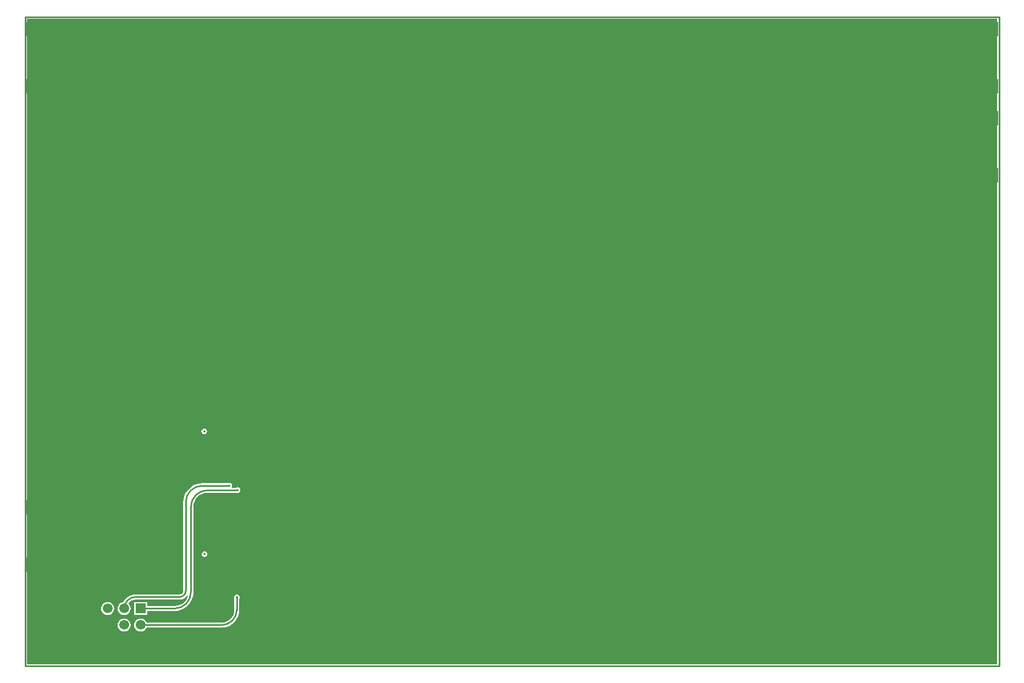
<source format=gbl>
G04*
G04 #@! TF.GenerationSoftware,Altium Limited,Altium Designer,20.0.9 (164)*
G04*
G04 Layer_Physical_Order=4*
G04 Layer_Color=16711680*
%FSLAX25Y25*%
%MOIN*%
G70*
G01*
G75*
%ADD15C,0.01000*%
%ADD37R,0.20000X0.09000*%
%ADD44R,0.05906X0.05906*%
%ADD49C,0.05906*%
%ADD50C,0.01200*%
%ADD51C,0.01400*%
%ADD52C,0.01500*%
G36*
X589532Y1020D02*
X1020D01*
Y392681D01*
X589532D01*
Y1020D01*
D02*
G37*
%LPC*%
G36*
X108600Y143933D02*
X107937Y143801D01*
X107374Y143426D01*
X106999Y142863D01*
X106867Y142200D01*
X106999Y141537D01*
X107374Y140974D01*
X107937Y140599D01*
X108600Y140467D01*
X109263Y140599D01*
X109826Y140974D01*
X110201Y141537D01*
X110333Y142200D01*
X110201Y142863D01*
X109826Y143426D01*
X109263Y143801D01*
X108600Y143933D01*
D02*
G37*
G36*
X123700Y111033D02*
X123037Y110901D01*
X122929Y110829D01*
X107400D01*
Y110836D01*
X105595Y110694D01*
X103835Y110271D01*
X102163Y109578D01*
X100620Y108633D01*
X99243Y107457D01*
X98067Y106080D01*
X97122Y104537D01*
X96429Y102865D01*
X96007Y101105D01*
X95864Y99300D01*
X95871D01*
Y45600D01*
X95882Y45541D01*
X95719Y44722D01*
X95222Y43978D01*
X94478Y43481D01*
X93659Y43318D01*
X93600Y43329D01*
X67000D01*
Y43341D01*
X65334Y43177D01*
X63731Y42691D01*
X62255Y41902D01*
X60961Y40839D01*
X59898Y39545D01*
X59455Y38715D01*
X58968Y38651D01*
X58007Y38253D01*
X57181Y37619D01*
X56547Y36793D01*
X56149Y35832D01*
X56013Y34800D01*
X56149Y33768D01*
X56547Y32807D01*
X57181Y31981D01*
X58007Y31347D01*
X58968Y30949D01*
X60000Y30813D01*
X61032Y30949D01*
X61993Y31347D01*
X62819Y31981D01*
X63453Y32807D01*
X63851Y33768D01*
X63987Y34800D01*
X63851Y35832D01*
X63453Y36793D01*
X62819Y37619D01*
X62769Y37658D01*
X62704Y38153D01*
X63113Y38687D01*
X64252Y39561D01*
X65577Y40110D01*
X66920Y40286D01*
X67000Y40271D01*
X93600D01*
Y40254D01*
X94984Y40436D01*
X96273Y40971D01*
X97380Y41820D01*
X98229Y42927D01*
X98267Y43018D01*
X98738Y42849D01*
X98345Y41551D01*
X97560Y40083D01*
X96504Y38796D01*
X95217Y37740D01*
X93749Y36955D01*
X92156Y36472D01*
X90568Y36316D01*
X90500Y36329D01*
X73953D01*
Y38753D01*
X66047D01*
Y30847D01*
X73953D01*
Y33271D01*
X90500D01*
Y33264D01*
X92305Y33406D01*
X94065Y33829D01*
X95737Y34522D01*
X97280Y35467D01*
X98657Y36643D01*
X99832Y38020D01*
X100778Y39563D01*
X101471Y41235D01*
X101893Y42995D01*
X102036Y44800D01*
X102029D01*
Y96500D01*
X102016Y96568D01*
X102172Y98156D01*
X102655Y99749D01*
X103440Y101217D01*
X104496Y102504D01*
X105783Y103560D01*
X107251Y104345D01*
X108844Y104828D01*
X110432Y104984D01*
X110500Y104971D01*
X128178D01*
X128700Y104867D01*
X129363Y104999D01*
X129926Y105374D01*
X130301Y105937D01*
X130433Y106600D01*
X130301Y107263D01*
X129926Y107826D01*
X129363Y108201D01*
X128700Y108333D01*
X128037Y108201D01*
X127779Y108029D01*
X125497D01*
X125230Y108529D01*
X125301Y108637D01*
X125433Y109300D01*
X125301Y109963D01*
X124926Y110526D01*
X124363Y110901D01*
X123700Y111033D01*
D02*
G37*
G36*
X108800Y69533D02*
X108137Y69401D01*
X107574Y69026D01*
X107199Y68463D01*
X107067Y67800D01*
X107199Y67137D01*
X107574Y66574D01*
X108137Y66199D01*
X108800Y66067D01*
X109463Y66199D01*
X110026Y66574D01*
X110401Y67137D01*
X110533Y67800D01*
X110401Y68463D01*
X110026Y69026D01*
X109463Y69401D01*
X108800Y69533D01*
D02*
G37*
G36*
X50000Y38787D02*
X48968Y38651D01*
X48007Y38253D01*
X47181Y37619D01*
X46547Y36793D01*
X46149Y35832D01*
X46013Y34800D01*
X46149Y33768D01*
X46547Y32807D01*
X47181Y31981D01*
X48007Y31347D01*
X48968Y30949D01*
X50000Y30813D01*
X51032Y30949D01*
X51993Y31347D01*
X52819Y31981D01*
X53453Y32807D01*
X53851Y33768D01*
X53987Y34800D01*
X53851Y35832D01*
X53453Y36793D01*
X52819Y37619D01*
X51993Y38253D01*
X51032Y38651D01*
X50000Y38787D01*
D02*
G37*
G36*
X128326Y43282D02*
X127663Y43150D01*
X127100Y42775D01*
X126725Y42212D01*
X126593Y41549D01*
X126725Y40885D01*
X126797Y40778D01*
Y34026D01*
X126808Y33970D01*
X126665Y32521D01*
X126226Y31074D01*
X125513Y29741D01*
X124554Y28572D01*
X123385Y27613D01*
X122052Y26900D01*
X120605Y26461D01*
X119156Y26318D01*
X119100Y26329D01*
X73645D01*
X73453Y26793D01*
X72819Y27619D01*
X71993Y28253D01*
X71032Y28651D01*
X70000Y28787D01*
X68968Y28651D01*
X68007Y28253D01*
X67181Y27619D01*
X66547Y26793D01*
X66149Y25832D01*
X66013Y24800D01*
X66149Y23768D01*
X66547Y22807D01*
X67181Y21981D01*
X68007Y21347D01*
X68968Y20949D01*
X70000Y20813D01*
X71032Y20949D01*
X71993Y21347D01*
X72819Y21981D01*
X73453Y22807D01*
X73645Y23271D01*
X119100D01*
Y23267D01*
X120783Y23399D01*
X122425Y23793D01*
X123985Y24440D01*
X125424Y25322D01*
X126708Y26418D01*
X127804Y27702D01*
X128686Y29141D01*
X129332Y30701D01*
X129727Y32343D01*
X129859Y34026D01*
X129855D01*
Y40778D01*
X129927Y40885D01*
X130059Y41549D01*
X129927Y42212D01*
X129552Y42775D01*
X128989Y43150D01*
X128326Y43282D01*
D02*
G37*
G36*
X60000Y28787D02*
X58968Y28651D01*
X58007Y28253D01*
X57181Y27619D01*
X56547Y26793D01*
X56149Y25832D01*
X56013Y24800D01*
X56149Y23768D01*
X56547Y22807D01*
X57181Y21981D01*
X58007Y21347D01*
X58968Y20949D01*
X60000Y20813D01*
X61032Y20949D01*
X61993Y21347D01*
X62819Y21981D01*
X63453Y22807D01*
X63851Y23768D01*
X63987Y24800D01*
X63851Y25832D01*
X63453Y26793D01*
X62819Y27619D01*
X61993Y28253D01*
X61032Y28651D01*
X60000Y28787D01*
D02*
G37*
%LPD*%
D15*
X119100Y24800D02*
G03*
X128326Y34026I0J9226D01*
G01*
X128226Y41449D02*
G03*
X128326Y41549I0J100D01*
G01*
X107400Y109300D02*
G03*
X97400Y99300I0J-10000D01*
G01*
X93600Y41800D02*
G03*
X97400Y45600I0J3800D01*
G01*
X67000Y41800D02*
G03*
X60000Y34800I0J-7000D01*
G01*
X128600Y106500D02*
G03*
X128700Y106600I0J100D01*
G01*
X110500Y106500D02*
G03*
X100500Y96500I0J-10000D01*
G01*
X90500Y34800D02*
G03*
X100500Y44800I0J10000D01*
G01*
X70000Y24800D02*
X119100D01*
X128326Y34026D02*
Y41549D01*
X107400Y109300D02*
X123700D01*
X97400Y45600D02*
Y99300D01*
X67000Y41800D02*
X93600D01*
X110500Y106500D02*
X128600D01*
X100500Y44800D02*
Y96500D01*
X70000Y34800D02*
X90500D01*
X0Y0D02*
Y393701D01*
X590551D01*
Y0D02*
Y393701D01*
X0Y0D02*
X590551D01*
D37*
X10600Y351600D02*
D03*
Y386400D02*
D03*
X579951D02*
D03*
Y351600D02*
D03*
X10600Y61340D02*
D03*
Y96140D02*
D03*
X579951Y332361D02*
D03*
Y297561D02*
D03*
D44*
X70000Y34800D02*
D03*
D49*
Y24800D02*
D03*
X60000Y34800D02*
D03*
Y24800D02*
D03*
X50000Y34800D02*
D03*
Y24800D02*
D03*
D50*
X442935Y316440D02*
D03*
X439735D02*
D03*
X436535D02*
D03*
X433335D02*
D03*
X430135D02*
D03*
X426935D02*
D03*
X423735D02*
D03*
X420535D02*
D03*
X417335D02*
D03*
X415340Y308560D02*
D03*
X418540D02*
D03*
X421740D02*
D03*
X424940D02*
D03*
X428140D02*
D03*
X431340D02*
D03*
X434540D02*
D03*
X437740D02*
D03*
X440940D02*
D03*
X444140D02*
D03*
X447340D02*
D03*
X450540D02*
D03*
X453740D02*
D03*
X456940D02*
D03*
X460140D02*
D03*
X463340D02*
D03*
X466540D02*
D03*
X469737Y308428D02*
D03*
X472800Y308800D02*
D03*
X439098Y351050D02*
D03*
X436532Y349139D02*
D03*
X435059Y346298D02*
D03*
X434960Y343099D02*
D03*
X436283Y340185D02*
D03*
X438060Y337525D02*
D03*
Y334325D02*
D03*
Y331124D02*
D03*
Y327924D02*
D03*
X438357Y324738D02*
D03*
X439356Y321698D02*
D03*
X441026Y318968D02*
D03*
X471566Y321384D02*
D03*
X468368Y321499D02*
D03*
X465168D02*
D03*
X461968D02*
D03*
X458768D02*
D03*
X455568D02*
D03*
X452368D02*
D03*
X449246Y322199D02*
D03*
X446880Y324354D02*
D03*
X445959Y327418D02*
D03*
X445940Y330619D02*
D03*
Y333819D02*
D03*
Y337018D02*
D03*
X447451Y339839D02*
D03*
X448934Y342675D02*
D03*
X449043Y345873D02*
D03*
X447734Y348793D02*
D03*
X445302Y350873D02*
D03*
X442203Y351670D02*
D03*
X587856Y319087D02*
D03*
X584656D02*
D03*
X581461Y318906D02*
D03*
X578261Y318900D02*
D03*
X575061D02*
D03*
X571861D02*
D03*
X568661D02*
D03*
X565461D02*
D03*
X562261D02*
D03*
X559061D02*
D03*
X555861D02*
D03*
X552661D02*
D03*
X549461D02*
D03*
X546261D02*
D03*
X543061D02*
D03*
X539861D02*
D03*
X536661D02*
D03*
X533461D02*
D03*
X530261D02*
D03*
X527061D02*
D03*
X523861D02*
D03*
X520661D02*
D03*
X517461D02*
D03*
X514261D02*
D03*
X511061D02*
D03*
X507861D02*
D03*
X504661D02*
D03*
X501461D02*
D03*
X498261D02*
D03*
X495061D02*
D03*
X491861D02*
D03*
X488661D02*
D03*
X485461D02*
D03*
X482261D02*
D03*
X479061D02*
D03*
X478973Y311021D02*
D03*
X482173D02*
D03*
X485373D02*
D03*
X488573D02*
D03*
X491773D02*
D03*
X494973D02*
D03*
X498173D02*
D03*
X501373D02*
D03*
X504573D02*
D03*
X507773D02*
D03*
X510973D02*
D03*
X514173D02*
D03*
X517373D02*
D03*
X520573D02*
D03*
X523773D02*
D03*
X526973D02*
D03*
X530173D02*
D03*
X533373D02*
D03*
X536573D02*
D03*
X539773D02*
D03*
X542973D02*
D03*
X546173D02*
D03*
X549373D02*
D03*
X552573D02*
D03*
X555773D02*
D03*
X558973D02*
D03*
X562173D02*
D03*
X565373D02*
D03*
X568573D02*
D03*
X571773D02*
D03*
X574973D02*
D03*
X578173D02*
D03*
X581373D02*
D03*
X584568Y310834D02*
D03*
X587768D02*
D03*
X586023Y373127D02*
D03*
X582823D02*
D03*
X579629Y372940D02*
D03*
X576429D02*
D03*
X573229D02*
D03*
X570029D02*
D03*
X566829D02*
D03*
X563629D02*
D03*
X560429D02*
D03*
X557229D02*
D03*
X554029D02*
D03*
X550829D02*
D03*
X547629D02*
D03*
X544429D02*
D03*
X541229D02*
D03*
X538029D02*
D03*
X534829D02*
D03*
X531629D02*
D03*
X528429D02*
D03*
X525229D02*
D03*
X522029D02*
D03*
X518829D02*
D03*
X515629D02*
D03*
X512429D02*
D03*
X509229D02*
D03*
X506029D02*
D03*
X502829D02*
D03*
X499629D02*
D03*
X496429D02*
D03*
X493229D02*
D03*
X490029D02*
D03*
X486829D02*
D03*
X483629D02*
D03*
X480429D02*
D03*
X477229D02*
D03*
X474029D02*
D03*
X470829D02*
D03*
X467629D02*
D03*
X464429D02*
D03*
X461229D02*
D03*
X458029D02*
D03*
X454829D02*
D03*
X451629D02*
D03*
X448429D02*
D03*
X445229D02*
D03*
X442029D02*
D03*
X438829D02*
D03*
X435629D02*
D03*
X432429D02*
D03*
X429229D02*
D03*
X426029D02*
D03*
X422829D02*
D03*
X419629D02*
D03*
X416429D02*
D03*
X413229D02*
D03*
X410029D02*
D03*
X406829D02*
D03*
X403629D02*
D03*
X400429D02*
D03*
X397229D02*
D03*
X394029D02*
D03*
X390829D02*
D03*
X387629D02*
D03*
X384429D02*
D03*
X381229D02*
D03*
X378029D02*
D03*
X374829D02*
D03*
X371629D02*
D03*
X368429D02*
D03*
X365229D02*
D03*
X362029D02*
D03*
X358829D02*
D03*
X355629D02*
D03*
X352429D02*
D03*
X349229D02*
D03*
X346029D02*
D03*
X342829D02*
D03*
X339629D02*
D03*
X336429D02*
D03*
X333229D02*
D03*
X330029D02*
D03*
X326829D02*
D03*
X323629D02*
D03*
X320429D02*
D03*
X317229D02*
D03*
X314029D02*
D03*
X310829D02*
D03*
X307629D02*
D03*
X304429D02*
D03*
X301229D02*
D03*
X298029D02*
D03*
X294829D02*
D03*
X291629D02*
D03*
X288429D02*
D03*
X285229D02*
D03*
X282029D02*
D03*
X278829D02*
D03*
X275629D02*
D03*
X272429D02*
D03*
X269229D02*
D03*
X266029D02*
D03*
X262829D02*
D03*
X259629D02*
D03*
X256429D02*
D03*
X253229D02*
D03*
X250029D02*
D03*
X246829D02*
D03*
X243629D02*
D03*
X240429D02*
D03*
X237229D02*
D03*
X234029D02*
D03*
X230829D02*
D03*
X227629D02*
D03*
X224429D02*
D03*
X221229D02*
D03*
X218029D02*
D03*
X214829D02*
D03*
X211629D02*
D03*
X208429D02*
D03*
X205229D02*
D03*
X202029D02*
D03*
X198829D02*
D03*
X195629D02*
D03*
X192429D02*
D03*
X189229D02*
D03*
X186029D02*
D03*
X182829D02*
D03*
X179629D02*
D03*
X176429D02*
D03*
X173229D02*
D03*
X170029D02*
D03*
X166829D02*
D03*
X163629D02*
D03*
X160429D02*
D03*
X157229D02*
D03*
X154029D02*
D03*
X150829D02*
D03*
X147629D02*
D03*
X144429D02*
D03*
X141229D02*
D03*
X138029D02*
D03*
X134829D02*
D03*
X131629D02*
D03*
X128429D02*
D03*
X125229D02*
D03*
X122029D02*
D03*
X118829D02*
D03*
X115629D02*
D03*
X112429D02*
D03*
X109229D02*
D03*
X106029D02*
D03*
X102829D02*
D03*
X99629D02*
D03*
X96429D02*
D03*
X93229D02*
D03*
X90029D02*
D03*
X86829D02*
D03*
X83629D02*
D03*
X80429D02*
D03*
X77229D02*
D03*
X74029D02*
D03*
X70829D02*
D03*
X67629D02*
D03*
X64429D02*
D03*
X61229D02*
D03*
X58029D02*
D03*
X54829D02*
D03*
X51629D02*
D03*
X48429D02*
D03*
X45229D02*
D03*
X42029D02*
D03*
X38829D02*
D03*
X35629D02*
D03*
X32429D02*
D03*
X29229D02*
D03*
X26029D02*
D03*
X22829D02*
D03*
X19629D02*
D03*
X16429D02*
D03*
X13229D02*
D03*
X10029D02*
D03*
X6834Y373127D02*
D03*
X3634D02*
D03*
X2176Y364873D02*
D03*
X5376D02*
D03*
X8576Y364936D02*
D03*
X11773Y365060D02*
D03*
X14973D02*
D03*
X18173D02*
D03*
X21373D02*
D03*
X24573D02*
D03*
X27773D02*
D03*
X30973D02*
D03*
X34173D02*
D03*
X37373D02*
D03*
X40573D02*
D03*
X43773D02*
D03*
X46973D02*
D03*
X50173D02*
D03*
X53373D02*
D03*
X56573D02*
D03*
X59773D02*
D03*
X62973D02*
D03*
X66173D02*
D03*
X69373D02*
D03*
X72573D02*
D03*
X75773D02*
D03*
X78973D02*
D03*
X82173D02*
D03*
X85373D02*
D03*
X88573D02*
D03*
X91773D02*
D03*
X94973D02*
D03*
X98173D02*
D03*
X101373D02*
D03*
X104573D02*
D03*
X107773D02*
D03*
X110973D02*
D03*
X114173D02*
D03*
X117373D02*
D03*
X120573D02*
D03*
X123773D02*
D03*
X126973D02*
D03*
X130173D02*
D03*
X133373D02*
D03*
X136573D02*
D03*
X139773D02*
D03*
X142973D02*
D03*
X146173D02*
D03*
X149373D02*
D03*
X152573D02*
D03*
X155773D02*
D03*
X158973D02*
D03*
X162173D02*
D03*
X165373D02*
D03*
X168573D02*
D03*
X171773D02*
D03*
X174973D02*
D03*
X178173D02*
D03*
X181373D02*
D03*
X184573D02*
D03*
X187773D02*
D03*
X190973D02*
D03*
X194173D02*
D03*
X197373D02*
D03*
X200573D02*
D03*
X203773D02*
D03*
X206973D02*
D03*
X210173D02*
D03*
X213373D02*
D03*
X216573D02*
D03*
X219773D02*
D03*
X222973D02*
D03*
X226173D02*
D03*
X229373D02*
D03*
X232573D02*
D03*
X235773D02*
D03*
X238973D02*
D03*
X242173D02*
D03*
X245373D02*
D03*
X248573D02*
D03*
X251773D02*
D03*
X254973D02*
D03*
X258173D02*
D03*
X261373D02*
D03*
X264573D02*
D03*
X267773D02*
D03*
X270973D02*
D03*
X274173D02*
D03*
X277373D02*
D03*
X280573D02*
D03*
X283773D02*
D03*
X286973D02*
D03*
X290173D02*
D03*
X293373D02*
D03*
X296573D02*
D03*
X299773D02*
D03*
X302973D02*
D03*
X306173D02*
D03*
X309373D02*
D03*
X312573D02*
D03*
X315773D02*
D03*
X318973D02*
D03*
X322173D02*
D03*
X325373D02*
D03*
X328573D02*
D03*
X331773D02*
D03*
X334973D02*
D03*
X338173D02*
D03*
X341373D02*
D03*
X344573D02*
D03*
X347773D02*
D03*
X350973D02*
D03*
X354173D02*
D03*
X357373D02*
D03*
X360573D02*
D03*
X363773D02*
D03*
X366973D02*
D03*
X370173D02*
D03*
X373373D02*
D03*
X376573D02*
D03*
X379773D02*
D03*
X382973D02*
D03*
X386173D02*
D03*
X389373D02*
D03*
X392573D02*
D03*
X395773D02*
D03*
X398973D02*
D03*
X402173D02*
D03*
X405373D02*
D03*
X408573D02*
D03*
X411773D02*
D03*
X414973D02*
D03*
X418173D02*
D03*
X421373D02*
D03*
X424573D02*
D03*
X427773D02*
D03*
X430973D02*
D03*
X434173D02*
D03*
X437373D02*
D03*
X440573D02*
D03*
X443773D02*
D03*
X446973D02*
D03*
X450173D02*
D03*
X453373D02*
D03*
X456573D02*
D03*
X459773D02*
D03*
X462973D02*
D03*
X466173D02*
D03*
X469373D02*
D03*
X472573D02*
D03*
X475773D02*
D03*
X478973D02*
D03*
X482173D02*
D03*
X485373D02*
D03*
X488573D02*
D03*
X491773D02*
D03*
X494973D02*
D03*
X498173D02*
D03*
X501373D02*
D03*
X504573D02*
D03*
X507773D02*
D03*
X510973D02*
D03*
X514173D02*
D03*
X517373D02*
D03*
X520573D02*
D03*
X523773D02*
D03*
X526973D02*
D03*
X530173D02*
D03*
X533373D02*
D03*
X536573D02*
D03*
X539773D02*
D03*
X542973D02*
D03*
X546173D02*
D03*
X549373D02*
D03*
X552573D02*
D03*
X555773D02*
D03*
X558973D02*
D03*
X562173D02*
D03*
X565373D02*
D03*
X568573D02*
D03*
X571773D02*
D03*
X574973D02*
D03*
X578173D02*
D03*
X581373D02*
D03*
X584568Y364873D02*
D03*
X587768D02*
D03*
X117084Y63832D02*
D03*
X116197Y53479D02*
D03*
X119232Y54493D02*
D03*
X141179Y59375D02*
D03*
X137000Y52100D02*
D03*
X140013Y52352D02*
D03*
X143209Y52193D02*
D03*
X144460Y59317D02*
D03*
X139549Y124142D02*
D03*
X136500Y117300D02*
D03*
X139267Y117600D02*
D03*
X142441Y117193D02*
D03*
X143691Y124317D02*
D03*
X118384Y128931D02*
D03*
X117100Y118700D02*
D03*
X119609Y119411D02*
D03*
X93638Y125259D02*
D03*
X90679Y124040D02*
D03*
X88081Y122171D02*
D03*
X85877Y119851D02*
D03*
X84233Y117106D02*
D03*
X83258Y114058D02*
D03*
X83009Y110868D02*
D03*
Y107668D02*
D03*
Y104468D02*
D03*
Y101268D02*
D03*
Y98068D02*
D03*
Y94868D02*
D03*
Y91668D02*
D03*
Y88468D02*
D03*
Y85268D02*
D03*
Y82068D02*
D03*
X90889Y78986D02*
D03*
Y82186D02*
D03*
Y85386D02*
D03*
Y88586D02*
D03*
Y91786D02*
D03*
Y94986D02*
D03*
Y98186D02*
D03*
Y101386D02*
D03*
Y104586D02*
D03*
Y107786D02*
D03*
Y110986D02*
D03*
X91564Y114114D02*
D03*
X93651Y116539D02*
D03*
X96583Y117822D02*
D03*
X99782Y117911D02*
D03*
X102982D02*
D03*
X109382D02*
D03*
X107173Y125791D02*
D03*
X100773D02*
D03*
X97573D02*
D03*
X47580Y114543D02*
D03*
X45020Y112623D02*
D03*
X43553Y109778D02*
D03*
X43463Y106580D02*
D03*
X44795Y103670D02*
D03*
X46218Y100804D02*
D03*
Y97604D02*
D03*
Y94404D02*
D03*
Y91204D02*
D03*
Y88004D02*
D03*
Y84804D02*
D03*
X54097Y84731D02*
D03*
Y87931D02*
D03*
Y91131D02*
D03*
Y94331D02*
D03*
Y97531D02*
D03*
Y100731D02*
D03*
X55951Y103339D02*
D03*
X57434Y106175D02*
D03*
X57543Y109373D02*
D03*
X56234Y112293D02*
D03*
X53802Y114373D02*
D03*
X50703Y115170D02*
D03*
X79247Y80081D02*
D03*
X76047D02*
D03*
X72847D02*
D03*
X69647D02*
D03*
X66447D02*
D03*
X63247D02*
D03*
X60047D02*
D03*
X56847D02*
D03*
X53647D02*
D03*
X47100Y72800D02*
D03*
X50293Y72202D02*
D03*
X53493D02*
D03*
X56693D02*
D03*
X59893D02*
D03*
X63093D02*
D03*
X66293D02*
D03*
X69493D02*
D03*
X72693D02*
D03*
X75893D02*
D03*
X79093D02*
D03*
X5866Y82867D02*
D03*
X2667D02*
D03*
X3121Y74613D02*
D03*
X6321D02*
D03*
X9516Y74800D02*
D03*
X12716D02*
D03*
X15916D02*
D03*
X19116D02*
D03*
X22316D02*
D03*
X25516D02*
D03*
X28716D02*
D03*
X31916D02*
D03*
X35116D02*
D03*
X38316D02*
D03*
X41516D02*
D03*
X43300Y83000D02*
D03*
X40908Y82680D02*
D03*
X37708D02*
D03*
X34508D02*
D03*
X31308D02*
D03*
X28108D02*
D03*
X24908D02*
D03*
X21708D02*
D03*
X18508D02*
D03*
X15308D02*
D03*
X12108D02*
D03*
X8909Y82760D02*
D03*
X325039Y358284D02*
D03*
X322432Y356428D02*
D03*
X319504Y280228D02*
D03*
Y283428D02*
D03*
Y286628D02*
D03*
Y289828D02*
D03*
Y293028D02*
D03*
Y296228D02*
D03*
Y299428D02*
D03*
Y302628D02*
D03*
Y305828D02*
D03*
Y309028D02*
D03*
Y312228D02*
D03*
Y315428D02*
D03*
Y318628D02*
D03*
Y321828D02*
D03*
Y325028D02*
D03*
Y328228D02*
D03*
Y331428D02*
D03*
Y334628D02*
D03*
Y337828D02*
D03*
Y341028D02*
D03*
Y344228D02*
D03*
Y347428D02*
D03*
X319509Y350628D02*
D03*
X318934Y353775D02*
D03*
X317233Y356486D02*
D03*
X314608Y358316D02*
D03*
X311491Y359040D02*
D03*
X308339Y358487D02*
D03*
X305618Y356803D02*
D03*
X303771Y354190D02*
D03*
X302314Y280758D02*
D03*
Y283958D02*
D03*
Y287158D02*
D03*
Y290358D02*
D03*
Y293558D02*
D03*
Y296758D02*
D03*
Y299958D02*
D03*
Y303158D02*
D03*
Y306358D02*
D03*
Y309558D02*
D03*
Y312758D02*
D03*
Y315958D02*
D03*
Y319158D02*
D03*
Y322358D02*
D03*
Y325558D02*
D03*
Y328758D02*
D03*
Y331958D02*
D03*
Y335158D02*
D03*
Y338358D02*
D03*
Y341558D02*
D03*
Y344758D02*
D03*
Y347958D02*
D03*
X302316Y351158D02*
D03*
X301542Y354263D02*
D03*
X299671Y356859D02*
D03*
X296934Y358517D02*
D03*
X293777Y359040D02*
D03*
X290666Y358287D02*
D03*
X288058Y356433D02*
D03*
X285125Y280235D02*
D03*
Y283435D02*
D03*
Y286635D02*
D03*
Y289835D02*
D03*
Y293035D02*
D03*
Y296235D02*
D03*
Y299435D02*
D03*
Y302635D02*
D03*
Y305835D02*
D03*
Y309035D02*
D03*
Y312235D02*
D03*
Y315435D02*
D03*
Y318635D02*
D03*
Y321835D02*
D03*
Y325035D02*
D03*
Y328235D02*
D03*
Y331435D02*
D03*
Y334635D02*
D03*
Y337835D02*
D03*
Y341035D02*
D03*
Y344235D02*
D03*
Y347435D02*
D03*
X285131Y350635D02*
D03*
X284552Y353782D02*
D03*
X282849Y356491D02*
D03*
X280222Y358319D02*
D03*
X277104Y359040D02*
D03*
X273953Y358484D02*
D03*
X271233Y356798D02*
D03*
X269389Y354183D02*
D03*
X267935Y280751D02*
D03*
Y283951D02*
D03*
Y287151D02*
D03*
Y290351D02*
D03*
Y293551D02*
D03*
Y296751D02*
D03*
Y299951D02*
D03*
Y303151D02*
D03*
Y306351D02*
D03*
Y309551D02*
D03*
Y312751D02*
D03*
Y315951D02*
D03*
Y319151D02*
D03*
Y322351D02*
D03*
Y325551D02*
D03*
Y328751D02*
D03*
Y331951D02*
D03*
Y335151D02*
D03*
Y338351D02*
D03*
Y341551D02*
D03*
Y344751D02*
D03*
Y347951D02*
D03*
X267937Y351151D02*
D03*
X267166Y354256D02*
D03*
X265297Y356854D02*
D03*
X262561Y358514D02*
D03*
X259405Y359040D02*
D03*
X256294Y358290D02*
D03*
X253684Y356438D02*
D03*
X250746Y280241D02*
D03*
Y283441D02*
D03*
Y286642D02*
D03*
Y289842D02*
D03*
Y293041D02*
D03*
Y296241D02*
D03*
Y299442D02*
D03*
Y302642D02*
D03*
Y305841D02*
D03*
Y309042D02*
D03*
Y312242D02*
D03*
Y315441D02*
D03*
Y318641D02*
D03*
Y321842D02*
D03*
Y325042D02*
D03*
Y328241D02*
D03*
Y331441D02*
D03*
Y334642D02*
D03*
Y337842D02*
D03*
Y341041D02*
D03*
Y344241D02*
D03*
Y347442D02*
D03*
X250753Y350641D02*
D03*
X250170Y353788D02*
D03*
X248465Y356496D02*
D03*
X245837Y358321D02*
D03*
X242719Y359040D02*
D03*
X239567Y358482D02*
D03*
X236849Y356793D02*
D03*
X235008Y354176D02*
D03*
X233556Y280743D02*
D03*
Y283943D02*
D03*
Y287143D02*
D03*
Y290343D02*
D03*
Y293543D02*
D03*
Y296743D02*
D03*
Y299943D02*
D03*
Y303143D02*
D03*
Y306343D02*
D03*
Y309543D02*
D03*
Y312743D02*
D03*
Y315943D02*
D03*
Y319143D02*
D03*
Y322343D02*
D03*
Y325543D02*
D03*
Y328743D02*
D03*
Y331943D02*
D03*
Y335143D02*
D03*
Y338343D02*
D03*
Y341543D02*
D03*
Y344743D02*
D03*
Y347943D02*
D03*
X233558Y351143D02*
D03*
X232789Y354250D02*
D03*
X230923Y356849D02*
D03*
X228188Y358511D02*
D03*
X225032Y359040D02*
D03*
X221921Y358292D02*
D03*
X219309Y356443D02*
D03*
X216367Y280248D02*
D03*
Y283448D02*
D03*
Y286648D02*
D03*
Y289848D02*
D03*
Y293048D02*
D03*
Y296248D02*
D03*
Y299448D02*
D03*
Y302648D02*
D03*
Y305848D02*
D03*
Y309048D02*
D03*
Y312248D02*
D03*
Y315448D02*
D03*
Y318648D02*
D03*
Y321848D02*
D03*
Y325048D02*
D03*
Y328248D02*
D03*
Y331448D02*
D03*
Y334648D02*
D03*
Y337848D02*
D03*
Y341048D02*
D03*
Y344248D02*
D03*
Y347448D02*
D03*
X216375Y350648D02*
D03*
X215789Y353794D02*
D03*
X214082Y356500D02*
D03*
X211452Y358324D02*
D03*
X208333Y359040D02*
D03*
X205183Y358479D02*
D03*
X202466Y356788D02*
D03*
X200626Y354170D02*
D03*
X199177Y280737D02*
D03*
Y283937D02*
D03*
Y287137D02*
D03*
Y290337D02*
D03*
Y293537D02*
D03*
Y296737D02*
D03*
Y299937D02*
D03*
Y303137D02*
D03*
Y306337D02*
D03*
Y309537D02*
D03*
Y312737D02*
D03*
Y315937D02*
D03*
Y319137D02*
D03*
Y322337D02*
D03*
Y325537D02*
D03*
Y328737D02*
D03*
Y331937D02*
D03*
Y335137D02*
D03*
Y338337D02*
D03*
Y341537D02*
D03*
Y344737D02*
D03*
Y347937D02*
D03*
X199179Y351137D02*
D03*
X198413Y354244D02*
D03*
X196548Y356844D02*
D03*
X193815Y358509D02*
D03*
X190659Y359040D02*
D03*
X187547Y358295D02*
D03*
X184935Y356447D02*
D03*
X181988Y280254D02*
D03*
Y283454D02*
D03*
Y286654D02*
D03*
Y289854D02*
D03*
Y293054D02*
D03*
Y296254D02*
D03*
Y299454D02*
D03*
Y302654D02*
D03*
Y305854D02*
D03*
Y309054D02*
D03*
Y312254D02*
D03*
Y315454D02*
D03*
Y318654D02*
D03*
Y321854D02*
D03*
Y325054D02*
D03*
Y328254D02*
D03*
Y331454D02*
D03*
Y334654D02*
D03*
Y337854D02*
D03*
Y341054D02*
D03*
Y344254D02*
D03*
Y347454D02*
D03*
X181997Y350654D02*
D03*
X181407Y353799D02*
D03*
X179698Y356505D02*
D03*
X177067Y358326D02*
D03*
X173948Y359040D02*
D03*
X170798Y358477D02*
D03*
X168082Y356784D02*
D03*
X166245Y354165D02*
D03*
X164798Y280731D02*
D03*
Y283931D02*
D03*
Y287131D02*
D03*
Y290331D02*
D03*
Y293531D02*
D03*
Y296731D02*
D03*
Y299931D02*
D03*
Y303131D02*
D03*
Y306331D02*
D03*
Y309531D02*
D03*
Y312731D02*
D03*
Y315931D02*
D03*
Y319131D02*
D03*
Y322331D02*
D03*
Y325531D02*
D03*
Y328731D02*
D03*
Y331931D02*
D03*
Y335131D02*
D03*
Y338331D02*
D03*
Y341531D02*
D03*
Y344731D02*
D03*
Y347931D02*
D03*
X164799Y351131D02*
D03*
X164036Y354238D02*
D03*
X162173Y356840D02*
D03*
X159441Y358507D02*
D03*
X156286Y359040D02*
D03*
X153173Y358297D02*
D03*
X150559Y356451D02*
D03*
X147608Y280259D02*
D03*
Y283459D02*
D03*
Y286659D02*
D03*
Y289859D02*
D03*
Y293059D02*
D03*
Y296259D02*
D03*
Y299459D02*
D03*
Y302659D02*
D03*
Y305859D02*
D03*
Y309059D02*
D03*
Y312259D02*
D03*
Y315459D02*
D03*
Y318659D02*
D03*
Y321859D02*
D03*
Y325059D02*
D03*
Y328259D02*
D03*
Y331459D02*
D03*
Y334659D02*
D03*
Y337859D02*
D03*
Y341059D02*
D03*
Y344259D02*
D03*
Y347459D02*
D03*
X147618Y350659D02*
D03*
X147026Y353804D02*
D03*
X145315Y356508D02*
D03*
X142683Y358328D02*
D03*
X139564Y359041D02*
D03*
X136414Y358475D02*
D03*
X133700Y356781D02*
D03*
X131864Y354160D02*
D03*
X130419Y280725D02*
D03*
Y283925D02*
D03*
Y287125D02*
D03*
Y290325D02*
D03*
Y293525D02*
D03*
Y296725D02*
D03*
Y299925D02*
D03*
Y303125D02*
D03*
Y306325D02*
D03*
Y309525D02*
D03*
Y312725D02*
D03*
Y315925D02*
D03*
Y319125D02*
D03*
Y322325D02*
D03*
Y325525D02*
D03*
Y328725D02*
D03*
Y331925D02*
D03*
Y335125D02*
D03*
Y338325D02*
D03*
Y341525D02*
D03*
Y344725D02*
D03*
Y347925D02*
D03*
X130420Y351125D02*
D03*
X129659Y354233D02*
D03*
X127798Y356836D02*
D03*
X125067Y358505D02*
D03*
X121912Y359040D02*
D03*
X118799Y358299D02*
D03*
X116184Y356455D02*
D03*
X113229Y280264D02*
D03*
Y283464D02*
D03*
Y286664D02*
D03*
Y289864D02*
D03*
Y293064D02*
D03*
Y296264D02*
D03*
Y299464D02*
D03*
Y302664D02*
D03*
Y305864D02*
D03*
Y309064D02*
D03*
Y312264D02*
D03*
Y315464D02*
D03*
Y318664D02*
D03*
Y321864D02*
D03*
Y325064D02*
D03*
Y328264D02*
D03*
Y331464D02*
D03*
Y334664D02*
D03*
Y337864D02*
D03*
Y341064D02*
D03*
Y344264D02*
D03*
Y347464D02*
D03*
X113240Y350664D02*
D03*
X112645Y353808D02*
D03*
X110933Y356512D02*
D03*
X108300Y358330D02*
D03*
X105180Y359042D02*
D03*
X102031Y358473D02*
D03*
X99317Y356777D02*
D03*
X97483Y354155D02*
D03*
X96754Y351039D02*
D03*
X96755Y347839D02*
D03*
Y344639D02*
D03*
Y341439D02*
D03*
Y338239D02*
D03*
Y335039D02*
D03*
Y331839D02*
D03*
Y328639D02*
D03*
Y325439D02*
D03*
Y322239D02*
D03*
X96356Y319064D02*
D03*
X93157Y319038D02*
D03*
X89957D02*
D03*
X86757D02*
D03*
X83557D02*
D03*
X80357D02*
D03*
X77157D02*
D03*
X73957D02*
D03*
X70757D02*
D03*
X67557D02*
D03*
X64357D02*
D03*
X61157D02*
D03*
X57965Y318810D02*
D03*
X54911Y317855D02*
D03*
X52136Y316260D02*
D03*
X49828Y314043D02*
D03*
X48057Y311378D02*
D03*
X46966Y308370D02*
D03*
X46555Y305196D02*
D03*
X46560Y301996D02*
D03*
Y298797D02*
D03*
X46731Y295601D02*
D03*
X48005Y292666D02*
D03*
X50284Y290419D02*
D03*
X85170Y288367D02*
D03*
X81970D02*
D03*
X78770D02*
D03*
X75570D02*
D03*
X72370D02*
D03*
X69170D02*
D03*
X65970D02*
D03*
X62770D02*
D03*
X59570D02*
D03*
X56370D02*
D03*
X53170D02*
D03*
X49970D02*
D03*
X46770D02*
D03*
X43570D02*
D03*
X40370D02*
D03*
X37170D02*
D03*
X33970D02*
D03*
X30770D02*
D03*
X27570D02*
D03*
X24370D02*
D03*
X21170D02*
D03*
X17970D02*
D03*
X14770Y288391D02*
D03*
X11641Y287721D02*
D03*
X8972Y285956D02*
D03*
X7207Y283287D02*
D03*
X6536Y280158D02*
D03*
X7185Y277025D02*
D03*
X8932Y274344D02*
D03*
X11588Y272560D02*
D03*
X85033Y271177D02*
D03*
X81833D02*
D03*
X78633D02*
D03*
X75433D02*
D03*
X72233D02*
D03*
X69033D02*
D03*
X65833D02*
D03*
X62633D02*
D03*
X59433D02*
D03*
X56233D02*
D03*
X53033D02*
D03*
X49833D02*
D03*
X46633D02*
D03*
X43433D02*
D03*
X40233D02*
D03*
X37033D02*
D03*
X33833D02*
D03*
X30633D02*
D03*
X27433D02*
D03*
X24233D02*
D03*
X21033D02*
D03*
X17833D02*
D03*
X14633Y271184D02*
D03*
X11512Y270478D02*
D03*
X8873Y268667D02*
D03*
X7153Y265969D02*
D03*
X6547Y262827D02*
D03*
X7239Y259703D02*
D03*
X9033Y257053D02*
D03*
X85176Y253988D02*
D03*
X81976D02*
D03*
X78776D02*
D03*
X75576D02*
D03*
X72376D02*
D03*
X69176D02*
D03*
X65976D02*
D03*
X62776D02*
D03*
X59576D02*
D03*
X56376D02*
D03*
X53176D02*
D03*
X49976D02*
D03*
X46776D02*
D03*
X43576D02*
D03*
X40376D02*
D03*
X37176D02*
D03*
X33976D02*
D03*
X30776D02*
D03*
X27576D02*
D03*
X24376D02*
D03*
X21176D02*
D03*
X17976D02*
D03*
X14776Y254013D02*
D03*
X11647Y253344D02*
D03*
X8977Y251581D02*
D03*
X7209Y248914D02*
D03*
X6537Y245785D02*
D03*
X7182Y242651D02*
D03*
X8928Y239969D02*
D03*
X11583Y238183D02*
D03*
X85028Y236798D02*
D03*
X81828D02*
D03*
X78628D02*
D03*
X75428D02*
D03*
X72228D02*
D03*
X69028D02*
D03*
X65828D02*
D03*
X62628D02*
D03*
X59428D02*
D03*
X56228D02*
D03*
X53028D02*
D03*
X49828D02*
D03*
X46628D02*
D03*
X43428D02*
D03*
X40228D02*
D03*
X37028D02*
D03*
X33828D02*
D03*
X30628D02*
D03*
X27428D02*
D03*
X24228D02*
D03*
X21028D02*
D03*
X17828D02*
D03*
X14628Y236804D02*
D03*
X11507Y236097D02*
D03*
X8869Y234284D02*
D03*
X7151Y231585D02*
D03*
X6548Y228442D02*
D03*
X7242Y225318D02*
D03*
X9037Y222670D02*
D03*
X85182Y219608D02*
D03*
X81982D02*
D03*
X78782D02*
D03*
X75582D02*
D03*
X72382D02*
D03*
X69182D02*
D03*
X65982D02*
D03*
X62782D02*
D03*
X59582D02*
D03*
X56382D02*
D03*
X53182D02*
D03*
X49982D02*
D03*
X46782D02*
D03*
X43582D02*
D03*
X40382D02*
D03*
X37182D02*
D03*
X33982D02*
D03*
X30782D02*
D03*
X27582D02*
D03*
X24382D02*
D03*
X21182D02*
D03*
X17982D02*
D03*
X14782Y219635D02*
D03*
X11653Y218968D02*
D03*
X8981Y217206D02*
D03*
X7211Y214540D02*
D03*
X6537Y211412D02*
D03*
X7180Y208277D02*
D03*
X8924Y205594D02*
D03*
X11578Y203806D02*
D03*
X85022Y202419D02*
D03*
X81822D02*
D03*
X78622D02*
D03*
X75422D02*
D03*
X72222D02*
D03*
X69022D02*
D03*
X65822D02*
D03*
X62622D02*
D03*
X59422D02*
D03*
X56222D02*
D03*
X53022D02*
D03*
X49822D02*
D03*
X46622D02*
D03*
X43422D02*
D03*
X40222D02*
D03*
X37022D02*
D03*
X33822D02*
D03*
X30622D02*
D03*
X27422D02*
D03*
X24222D02*
D03*
X21022D02*
D03*
X17822D02*
D03*
X14622Y202424D02*
D03*
X11501Y201715D02*
D03*
X8865Y199901D02*
D03*
X7149Y197200D02*
D03*
X6548Y194057D02*
D03*
X7244Y190934D02*
D03*
X9041Y188286D02*
D03*
X85188Y185229D02*
D03*
X81988D02*
D03*
X78788D02*
D03*
X75588D02*
D03*
X72388D02*
D03*
X69188D02*
D03*
X65988D02*
D03*
X62788D02*
D03*
X59588D02*
D03*
X56388D02*
D03*
X53188D02*
D03*
X49988D02*
D03*
X46788D02*
D03*
X43588D02*
D03*
X40388D02*
D03*
X37188D02*
D03*
X33988D02*
D03*
X30788D02*
D03*
X27588D02*
D03*
X24388D02*
D03*
X21188D02*
D03*
X17988D02*
D03*
X14788Y185257D02*
D03*
X11658Y184591D02*
D03*
X8985Y182831D02*
D03*
X7213Y180167D02*
D03*
X6538Y177039D02*
D03*
X7178Y173904D02*
D03*
X8919Y171219D02*
D03*
X11572Y169429D02*
D03*
X14697Y168740D02*
D03*
X17897Y168755D02*
D03*
X21097D02*
D03*
X24297D02*
D03*
X27497D02*
D03*
X30697D02*
D03*
X33897D02*
D03*
X37097D02*
D03*
X40297D02*
D03*
X43497D02*
D03*
X46560Y167830D02*
D03*
X46625Y164630D02*
D03*
X47248Y161491D02*
D03*
X48590Y158586D02*
D03*
X50536Y156046D02*
D03*
X53033Y154045D02*
D03*
X55904Y152632D02*
D03*
X59030Y151948D02*
D03*
X62229Y151860D02*
D03*
X65429D02*
D03*
X68629D02*
D03*
X71829D02*
D03*
X75029D02*
D03*
X78229D02*
D03*
X81429D02*
D03*
X84629D02*
D03*
X87829D02*
D03*
X91029D02*
D03*
X94229D02*
D03*
X97429D02*
D03*
X100629D02*
D03*
X103829D02*
D03*
X107029D02*
D03*
X110229D02*
D03*
X113429D02*
D03*
X116629D02*
D03*
X119829D02*
D03*
X123029D02*
D03*
X126229D02*
D03*
X129429D02*
D03*
X132629D02*
D03*
X135829D02*
D03*
X139029D02*
D03*
X142229D02*
D03*
X145429D02*
D03*
X148629D02*
D03*
X151588Y150641D02*
D03*
X153850Y148378D02*
D03*
X155260Y145505D02*
D03*
Y142305D02*
D03*
Y139105D02*
D03*
Y135905D02*
D03*
Y132705D02*
D03*
X154974Y129518D02*
D03*
X153312Y126784D02*
D03*
X150759Y124854D02*
D03*
X147559Y124831D02*
D03*
X146256Y116689D02*
D03*
X149452Y116860D02*
D03*
X152637Y117170D02*
D03*
X155595Y118389D02*
D03*
X158079Y120407D02*
D03*
X160258Y122750D02*
D03*
X161893Y125501D02*
D03*
X162873Y128547D02*
D03*
X163140Y131736D02*
D03*
Y134936D02*
D03*
Y138136D02*
D03*
Y141336D02*
D03*
Y144536D02*
D03*
X162997Y147733D02*
D03*
X161948Y150756D02*
D03*
X160044Y153328D02*
D03*
X157781Y155590D02*
D03*
X155393Y157721D02*
D03*
X152523Y159136D02*
D03*
X149379Y159731D02*
D03*
X146179Y159740D02*
D03*
X142979D02*
D03*
X139779D02*
D03*
X136579D02*
D03*
X133379D02*
D03*
X130179D02*
D03*
X126979D02*
D03*
X123779D02*
D03*
X120579D02*
D03*
X117379D02*
D03*
X114179D02*
D03*
X110979D02*
D03*
X107779D02*
D03*
X104579D02*
D03*
X101379D02*
D03*
X98179D02*
D03*
X94979D02*
D03*
X91779D02*
D03*
X88579D02*
D03*
X85379D02*
D03*
X82179D02*
D03*
X78979D02*
D03*
X75779D02*
D03*
X72579D02*
D03*
X69379D02*
D03*
X66179D02*
D03*
X62979D02*
D03*
X59780Y159816D02*
D03*
X56818Y161027D02*
D03*
X54879Y163572D02*
D03*
X54440Y166742D02*
D03*
X54292Y169938D02*
D03*
X53103Y172909D02*
D03*
X50857Y175189D02*
D03*
X16008Y177350D02*
D03*
X19208D02*
D03*
X22408D02*
D03*
X25608D02*
D03*
X28808D02*
D03*
X32008D02*
D03*
X35208D02*
D03*
X38408D02*
D03*
X41608D02*
D03*
X44808D02*
D03*
X48008D02*
D03*
X51208D02*
D03*
X54408D02*
D03*
X57608D02*
D03*
X60808D02*
D03*
X64008D02*
D03*
X67208D02*
D03*
X70408D02*
D03*
X73608D02*
D03*
X76808D02*
D03*
X80008D02*
D03*
X83208D02*
D03*
X86408Y177348D02*
D03*
X89526Y178065D02*
D03*
X92156Y179889D02*
D03*
X93862Y182596D02*
D03*
X94448Y185742D02*
D03*
X93744Y188864D02*
D03*
X91937Y191504D02*
D03*
X15780Y194539D02*
D03*
X18981D02*
D03*
X22181D02*
D03*
X25381D02*
D03*
X28580D02*
D03*
X31780D02*
D03*
X34980D02*
D03*
X38181D02*
D03*
X41381D02*
D03*
X44581D02*
D03*
X47780D02*
D03*
X50981D02*
D03*
X54181D02*
D03*
X57380D02*
D03*
X60580D02*
D03*
X63780D02*
D03*
X66980D02*
D03*
X70180D02*
D03*
X73381D02*
D03*
X76581D02*
D03*
X79781D02*
D03*
X82981D02*
D03*
X86180Y194514D02*
D03*
X89313Y195166D02*
D03*
X91993Y196915D02*
D03*
X93775Y199573D02*
D03*
X94458Y202699D02*
D03*
X93833Y205838D02*
D03*
X92102Y208529D02*
D03*
X89455Y210328D02*
D03*
X16013Y211729D02*
D03*
X19213D02*
D03*
X22413D02*
D03*
X25613D02*
D03*
X28813D02*
D03*
X32013D02*
D03*
X35213D02*
D03*
X38413D02*
D03*
X41613D02*
D03*
X44813D02*
D03*
X48013D02*
D03*
X51213D02*
D03*
X54413D02*
D03*
X57613D02*
D03*
X60813D02*
D03*
X64013D02*
D03*
X67213D02*
D03*
X70413D02*
D03*
X73613D02*
D03*
X76813D02*
D03*
X80013D02*
D03*
X83213D02*
D03*
X86413Y211727D02*
D03*
X89531Y212446D02*
D03*
X92159Y214272D02*
D03*
X93865Y216980D02*
D03*
X94447Y220126D02*
D03*
X93742Y223248D02*
D03*
X91933Y225887D02*
D03*
X15775Y228919D02*
D03*
X18975D02*
D03*
X22175D02*
D03*
X25375D02*
D03*
X28575D02*
D03*
X31775D02*
D03*
X34975D02*
D03*
X38175D02*
D03*
X41375D02*
D03*
X44575D02*
D03*
X47775D02*
D03*
X50975D02*
D03*
X54175D02*
D03*
X57375D02*
D03*
X60575D02*
D03*
X63775D02*
D03*
X66975D02*
D03*
X70175D02*
D03*
X73375D02*
D03*
X76575D02*
D03*
X79775D02*
D03*
X82975D02*
D03*
X86175Y228894D02*
D03*
X89308Y229543D02*
D03*
X91989Y231291D02*
D03*
X93773Y233947D02*
D03*
X94457Y237073D02*
D03*
X93835Y240212D02*
D03*
X92105Y242904D02*
D03*
X89460Y244705D02*
D03*
X16018Y246108D02*
D03*
X19218D02*
D03*
X22418D02*
D03*
X25618D02*
D03*
X28818D02*
D03*
X32018D02*
D03*
X35218D02*
D03*
X38418D02*
D03*
X41618D02*
D03*
X44818D02*
D03*
X48018D02*
D03*
X51218D02*
D03*
X54418D02*
D03*
X57618D02*
D03*
X60818D02*
D03*
X64018D02*
D03*
X67218D02*
D03*
X70418D02*
D03*
X73618D02*
D03*
X76818D02*
D03*
X80018D02*
D03*
X83218D02*
D03*
X86418Y246106D02*
D03*
X89536Y246827D02*
D03*
X92163Y248654D02*
D03*
X93866Y251363D02*
D03*
X94446Y254510D02*
D03*
X93740Y257631D02*
D03*
X91930Y260270D02*
D03*
X15770Y263298D02*
D03*
X18970D02*
D03*
X22170D02*
D03*
X25370D02*
D03*
X28570D02*
D03*
X31770D02*
D03*
X34970D02*
D03*
X38170D02*
D03*
X41370D02*
D03*
X44570D02*
D03*
X47770D02*
D03*
X50970D02*
D03*
X54170D02*
D03*
X57370D02*
D03*
X60570D02*
D03*
X63770D02*
D03*
X66970D02*
D03*
X70170D02*
D03*
X73370D02*
D03*
X76570D02*
D03*
X79770D02*
D03*
X82970D02*
D03*
X86170Y263274D02*
D03*
X89304Y263920D02*
D03*
X91985Y265666D02*
D03*
X93771Y268322D02*
D03*
X94457Y271448D02*
D03*
X93837Y274587D02*
D03*
X92109Y277280D02*
D03*
X89464Y279082D02*
D03*
X16023Y280487D02*
D03*
X19223D02*
D03*
X22423D02*
D03*
X25623D02*
D03*
X28823D02*
D03*
X32023D02*
D03*
X35223D02*
D03*
X38423D02*
D03*
X41623D02*
D03*
X44823D02*
D03*
X48023D02*
D03*
X51223D02*
D03*
X54423D02*
D03*
X57623D02*
D03*
X60823D02*
D03*
X64023D02*
D03*
X67223D02*
D03*
X70423D02*
D03*
X73623D02*
D03*
X76823D02*
D03*
X80023D02*
D03*
X83223D02*
D03*
X86423Y280486D02*
D03*
X89540Y281208D02*
D03*
X92166Y283036D02*
D03*
X93868Y285746D02*
D03*
X94446Y288894D02*
D03*
X93739Y292015D02*
D03*
X91926Y294652D02*
D03*
X89227Y296371D02*
D03*
X86084Y296974D02*
D03*
X82884Y296961D02*
D03*
X79684D02*
D03*
X76484D02*
D03*
X73284D02*
D03*
X70084D02*
D03*
X66884D02*
D03*
X63684D02*
D03*
X60484D02*
D03*
X57284D02*
D03*
X54440Y298427D02*
D03*
Y301627D02*
D03*
Y304827D02*
D03*
X55186Y307939D02*
D03*
X57383Y310265D02*
D03*
X60459Y311149D02*
D03*
X63659Y311159D02*
D03*
X66859D02*
D03*
X70059D02*
D03*
X73259D02*
D03*
X76459D02*
D03*
X79659D02*
D03*
X82859D02*
D03*
X86059D02*
D03*
X89259D02*
D03*
X92459D02*
D03*
X95659D02*
D03*
X98838Y311520D02*
D03*
X101644Y313059D02*
D03*
X105350Y350517D02*
D03*
Y347317D02*
D03*
Y344117D02*
D03*
Y340917D02*
D03*
Y337717D02*
D03*
Y334517D02*
D03*
Y331317D02*
D03*
Y328117D02*
D03*
Y324917D02*
D03*
Y321717D02*
D03*
Y318517D02*
D03*
Y315317D02*
D03*
Y312117D02*
D03*
Y308917D02*
D03*
Y305717D02*
D03*
Y302517D02*
D03*
Y299317D02*
D03*
Y296117D02*
D03*
Y292917D02*
D03*
Y289717D02*
D03*
Y286517D02*
D03*
Y283317D02*
D03*
Y280117D02*
D03*
X105716Y276938D02*
D03*
X107261Y274135D02*
D03*
X109735Y272106D02*
D03*
X112806Y271206D02*
D03*
X115992Y271511D02*
D03*
X118805Y273036D02*
D03*
X120850Y275498D02*
D03*
X122539Y348881D02*
D03*
Y345681D02*
D03*
Y342481D02*
D03*
Y339281D02*
D03*
Y336081D02*
D03*
Y332881D02*
D03*
Y329681D02*
D03*
Y326481D02*
D03*
Y323281D02*
D03*
Y320081D02*
D03*
Y316881D02*
D03*
Y313681D02*
D03*
Y310481D02*
D03*
Y307281D02*
D03*
Y304081D02*
D03*
Y300881D02*
D03*
Y297681D02*
D03*
Y294481D02*
D03*
Y291281D02*
D03*
Y288081D02*
D03*
Y284881D02*
D03*
Y281681D02*
D03*
X122604Y278482D02*
D03*
X123555Y275426D02*
D03*
X125625Y272986D02*
D03*
X128453Y271489D02*
D03*
X131642Y271217D02*
D03*
X134703Y272149D02*
D03*
X137156Y274204D02*
D03*
X139729Y350524D02*
D03*
Y347324D02*
D03*
Y344124D02*
D03*
Y340924D02*
D03*
Y337724D02*
D03*
Y334524D02*
D03*
Y331324D02*
D03*
Y328124D02*
D03*
Y324924D02*
D03*
Y321724D02*
D03*
Y318524D02*
D03*
Y315324D02*
D03*
Y312124D02*
D03*
Y308924D02*
D03*
Y305724D02*
D03*
Y302524D02*
D03*
Y299324D02*
D03*
Y296124D02*
D03*
Y292924D02*
D03*
Y289724D02*
D03*
Y286524D02*
D03*
Y283324D02*
D03*
Y280124D02*
D03*
X140094Y276945D02*
D03*
X141635Y274141D02*
D03*
X144108Y272110D02*
D03*
X147178Y271207D02*
D03*
X150364Y271509D02*
D03*
X153178Y273032D02*
D03*
X155225Y275492D02*
D03*
X156919Y348874D02*
D03*
Y345674D02*
D03*
Y342475D02*
D03*
Y339275D02*
D03*
Y336074D02*
D03*
Y332874D02*
D03*
Y329675D02*
D03*
Y326474D02*
D03*
Y323274D02*
D03*
Y320075D02*
D03*
Y316875D02*
D03*
Y313674D02*
D03*
Y310474D02*
D03*
Y307275D02*
D03*
Y304075D02*
D03*
Y300874D02*
D03*
Y297674D02*
D03*
Y294475D02*
D03*
Y291274D02*
D03*
Y288074D02*
D03*
Y284875D02*
D03*
Y281675D02*
D03*
X156984Y278475D02*
D03*
X157938Y275420D02*
D03*
X160009Y272982D02*
D03*
X162839Y271487D02*
D03*
X166028Y271218D02*
D03*
X169088Y272153D02*
D03*
X171539Y274210D02*
D03*
X174108Y350531D02*
D03*
Y347331D02*
D03*
Y344131D02*
D03*
Y340931D02*
D03*
Y337731D02*
D03*
Y334531D02*
D03*
Y331331D02*
D03*
Y328131D02*
D03*
Y324931D02*
D03*
Y321731D02*
D03*
Y318531D02*
D03*
Y315331D02*
D03*
Y312131D02*
D03*
Y308931D02*
D03*
Y305731D02*
D03*
Y302531D02*
D03*
Y299331D02*
D03*
Y296131D02*
D03*
Y292931D02*
D03*
Y289731D02*
D03*
Y286531D02*
D03*
Y283331D02*
D03*
Y280131D02*
D03*
X174471Y276952D02*
D03*
X176010Y274146D02*
D03*
X178481Y272113D02*
D03*
X181551Y271208D02*
D03*
X184737Y271507D02*
D03*
X187552Y273028D02*
D03*
X189601Y275486D02*
D03*
X191297Y348868D02*
D03*
Y345668D02*
D03*
Y342468D02*
D03*
Y339268D02*
D03*
Y336068D02*
D03*
Y332868D02*
D03*
Y329668D02*
D03*
Y326468D02*
D03*
Y323268D02*
D03*
Y320068D02*
D03*
Y316868D02*
D03*
Y313668D02*
D03*
Y310468D02*
D03*
Y307268D02*
D03*
Y304068D02*
D03*
Y300868D02*
D03*
Y297668D02*
D03*
Y294468D02*
D03*
Y291268D02*
D03*
Y288068D02*
D03*
Y284868D02*
D03*
Y281668D02*
D03*
X191364Y278469D02*
D03*
X192320Y275415D02*
D03*
X194394Y272978D02*
D03*
X197224Y271485D02*
D03*
X200413Y271219D02*
D03*
X203473Y272156D02*
D03*
X205923Y274215D02*
D03*
X208487Y350538D02*
D03*
Y347338D02*
D03*
Y344138D02*
D03*
Y340938D02*
D03*
Y337738D02*
D03*
Y334538D02*
D03*
Y331338D02*
D03*
Y328138D02*
D03*
Y324938D02*
D03*
Y321738D02*
D03*
Y318538D02*
D03*
Y315338D02*
D03*
Y312138D02*
D03*
Y308938D02*
D03*
Y305738D02*
D03*
Y302538D02*
D03*
Y299338D02*
D03*
Y296138D02*
D03*
Y292938D02*
D03*
Y289738D02*
D03*
Y286538D02*
D03*
Y283338D02*
D03*
Y280138D02*
D03*
X208848Y276958D02*
D03*
X210385Y274152D02*
D03*
X212855Y272117D02*
D03*
X215923Y271209D02*
D03*
X219109Y271505D02*
D03*
X221926Y273024D02*
D03*
X223977Y275481D02*
D03*
X225677Y348862D02*
D03*
Y345662D02*
D03*
Y342462D02*
D03*
Y339262D02*
D03*
Y336062D02*
D03*
Y332862D02*
D03*
Y329662D02*
D03*
Y326462D02*
D03*
Y323262D02*
D03*
Y320062D02*
D03*
Y316862D02*
D03*
Y313662D02*
D03*
Y310462D02*
D03*
Y307262D02*
D03*
Y304062D02*
D03*
Y300862D02*
D03*
Y297662D02*
D03*
Y294462D02*
D03*
Y291262D02*
D03*
Y288062D02*
D03*
Y284862D02*
D03*
Y281662D02*
D03*
X225744Y278463D02*
D03*
X226702Y275409D02*
D03*
X228778Y272974D02*
D03*
X231610Y271484D02*
D03*
X234799Y271220D02*
D03*
X237858Y272160D02*
D03*
X240306Y274221D02*
D03*
X242866Y350545D02*
D03*
Y347345D02*
D03*
Y344145D02*
D03*
Y340945D02*
D03*
Y337745D02*
D03*
Y334545D02*
D03*
Y331345D02*
D03*
Y328145D02*
D03*
Y324945D02*
D03*
Y321745D02*
D03*
Y318545D02*
D03*
Y315345D02*
D03*
Y312145D02*
D03*
Y308945D02*
D03*
Y305745D02*
D03*
Y302545D02*
D03*
Y299345D02*
D03*
Y296145D02*
D03*
Y292945D02*
D03*
Y289745D02*
D03*
Y286545D02*
D03*
Y283345D02*
D03*
Y280145D02*
D03*
X243225Y276965D02*
D03*
X244760Y274157D02*
D03*
X247228Y272120D02*
D03*
X250296Y271210D02*
D03*
X253482Y271504D02*
D03*
X256300Y273021D02*
D03*
X258353Y275475D02*
D03*
X260056Y348856D02*
D03*
Y345656D02*
D03*
Y342456D02*
D03*
Y339256D02*
D03*
Y336056D02*
D03*
Y332856D02*
D03*
Y329656D02*
D03*
Y326456D02*
D03*
Y323256D02*
D03*
Y320056D02*
D03*
Y316856D02*
D03*
Y313656D02*
D03*
Y310456D02*
D03*
Y307256D02*
D03*
Y304056D02*
D03*
Y300856D02*
D03*
Y297656D02*
D03*
Y294456D02*
D03*
Y291256D02*
D03*
Y288056D02*
D03*
Y284856D02*
D03*
Y281656D02*
D03*
X260124Y278456D02*
D03*
X261084Y275404D02*
D03*
X263162Y272970D02*
D03*
X265995Y271482D02*
D03*
X269184Y271221D02*
D03*
X272242Y272163D02*
D03*
X274689Y274226D02*
D03*
X277245Y350551D02*
D03*
Y347351D02*
D03*
Y344151D02*
D03*
Y340951D02*
D03*
Y337751D02*
D03*
Y334551D02*
D03*
Y331351D02*
D03*
Y328151D02*
D03*
Y324951D02*
D03*
Y321751D02*
D03*
Y318551D02*
D03*
Y315351D02*
D03*
Y312151D02*
D03*
Y308951D02*
D03*
Y305751D02*
D03*
Y302551D02*
D03*
Y299351D02*
D03*
Y296151D02*
D03*
Y292951D02*
D03*
Y289751D02*
D03*
Y286551D02*
D03*
Y283351D02*
D03*
Y280151D02*
D03*
X277603Y276971D02*
D03*
X279135Y274162D02*
D03*
X281602Y272123D02*
D03*
X284669Y271211D02*
D03*
X287855Y271502D02*
D03*
X290674Y273017D02*
D03*
X292729Y275470D02*
D03*
X294435Y348850D02*
D03*
Y345650D02*
D03*
Y342450D02*
D03*
Y339250D02*
D03*
Y336050D02*
D03*
Y332850D02*
D03*
Y329650D02*
D03*
Y326450D02*
D03*
Y323250D02*
D03*
Y320050D02*
D03*
Y316850D02*
D03*
Y313650D02*
D03*
Y310450D02*
D03*
Y307250D02*
D03*
Y304050D02*
D03*
Y300850D02*
D03*
Y297650D02*
D03*
Y294450D02*
D03*
Y291250D02*
D03*
Y288050D02*
D03*
Y284850D02*
D03*
Y281650D02*
D03*
X294504Y278450D02*
D03*
X295466Y275399D02*
D03*
X297546Y272966D02*
D03*
X300380Y271481D02*
D03*
X303569Y271221D02*
D03*
X306627Y272166D02*
D03*
X309072Y274231D02*
D03*
X311624Y350557D02*
D03*
Y347357D02*
D03*
Y344157D02*
D03*
Y340957D02*
D03*
Y337757D02*
D03*
Y334557D02*
D03*
Y331357D02*
D03*
Y328157D02*
D03*
Y324957D02*
D03*
Y321757D02*
D03*
Y318557D02*
D03*
Y315357D02*
D03*
Y312157D02*
D03*
Y308957D02*
D03*
Y305757D02*
D03*
Y302557D02*
D03*
Y299357D02*
D03*
Y296157D02*
D03*
Y292957D02*
D03*
Y289757D02*
D03*
Y286557D02*
D03*
Y283357D02*
D03*
Y280157D02*
D03*
X311980Y276977D02*
D03*
X313511Y274167D02*
D03*
X315975Y272126D02*
D03*
X319042Y271211D02*
D03*
X322229Y271501D02*
D03*
X325049Y273013D02*
D03*
X327105Y275465D02*
D03*
X328814Y348844D02*
D03*
Y345644D02*
D03*
Y342444D02*
D03*
Y339244D02*
D03*
Y336044D02*
D03*
Y332844D02*
D03*
Y329644D02*
D03*
Y326444D02*
D03*
Y323244D02*
D03*
Y320044D02*
D03*
Y316844D02*
D03*
Y313644D02*
D03*
Y310444D02*
D03*
Y307244D02*
D03*
Y304044D02*
D03*
Y300844D02*
D03*
Y297644D02*
D03*
Y294444D02*
D03*
Y291244D02*
D03*
Y288044D02*
D03*
Y284844D02*
D03*
Y281644D02*
D03*
X329177Y278465D02*
D03*
X330718Y275660D02*
D03*
X333190Y273628D02*
D03*
X336260Y272724D02*
D03*
X339445Y273024D02*
D03*
X342260Y274546D02*
D03*
X344308Y277005D02*
D03*
X345232Y280068D02*
D03*
X345288Y283268D02*
D03*
Y286468D02*
D03*
Y289668D02*
D03*
Y292868D02*
D03*
Y296068D02*
D03*
Y299268D02*
D03*
Y302468D02*
D03*
Y305668D02*
D03*
Y308868D02*
D03*
Y312068D02*
D03*
X346083Y318368D02*
D03*
X347077Y315326D02*
D03*
X349181Y312915D02*
D03*
X352031Y311459D02*
D03*
X355217Y311159D02*
D03*
X358417D02*
D03*
X361617D02*
D03*
X364817D02*
D03*
X368017D02*
D03*
X371217D02*
D03*
X374417D02*
D03*
X377617D02*
D03*
X380817D02*
D03*
X384017D02*
D03*
X411121Y318652D02*
D03*
X407944Y319038D02*
D03*
X404744D02*
D03*
X401544D02*
D03*
X398344D02*
D03*
X395144D02*
D03*
X391944D02*
D03*
X388744D02*
D03*
X385544D02*
D03*
X382344D02*
D03*
X379144D02*
D03*
X375944D02*
D03*
X372744D02*
D03*
X369544D02*
D03*
X366344D02*
D03*
X363144D02*
D03*
X359944D02*
D03*
X356744D02*
D03*
X353816Y320328D02*
D03*
X352858Y323381D02*
D03*
X350783Y325817D02*
D03*
X347951Y327308D02*
D03*
X344762Y327572D02*
D03*
X341703Y326633D02*
D03*
X339255Y324572D02*
D03*
X336693Y283448D02*
D03*
Y286648D02*
D03*
Y289848D02*
D03*
Y293048D02*
D03*
Y296248D02*
D03*
Y299448D02*
D03*
Y302648D02*
D03*
Y305848D02*
D03*
Y309048D02*
D03*
Y312248D02*
D03*
Y315448D02*
D03*
Y318648D02*
D03*
Y321848D02*
D03*
Y325048D02*
D03*
Y328248D02*
D03*
Y331448D02*
D03*
Y334648D02*
D03*
Y337848D02*
D03*
Y341048D02*
D03*
Y344248D02*
D03*
Y347448D02*
D03*
X336702Y350648D02*
D03*
X336115Y353794D02*
D03*
X334408Y356501D02*
D03*
X331778Y358324D02*
D03*
X328659Y359040D02*
D03*
X82800Y70400D02*
D03*
X83139Y64491D02*
D03*
X83982Y61404D02*
D03*
X85486Y58579D02*
D03*
X87638Y56212D02*
D03*
X90262Y54379D02*
D03*
X93255Y53247D02*
D03*
X102825Y52811D02*
D03*
X106025D02*
D03*
X109225D02*
D03*
X107300Y60800D02*
D03*
X104740Y60691D02*
D03*
X95147Y60914D02*
D03*
X92409Y62570D02*
D03*
X90992Y65439D02*
D03*
X90889Y71837D02*
D03*
X90631Y75027D02*
D03*
X383723Y309075D02*
D03*
X381885Y306455D02*
D03*
X380736Y303468D02*
D03*
X380264Y300304D02*
D03*
X380260Y297104D02*
D03*
Y293903D02*
D03*
Y290704D02*
D03*
Y287504D02*
D03*
Y284303D02*
D03*
Y281103D02*
D03*
Y277904D02*
D03*
Y274704D02*
D03*
Y271503D02*
D03*
Y268303D02*
D03*
Y265104D02*
D03*
Y261904D02*
D03*
Y258703D02*
D03*
Y255504D02*
D03*
Y252304D02*
D03*
Y249103D02*
D03*
Y245903D02*
D03*
Y242704D02*
D03*
Y239504D02*
D03*
Y236303D02*
D03*
Y233103D02*
D03*
Y229904D02*
D03*
Y226704D02*
D03*
Y223503D02*
D03*
Y220304D02*
D03*
Y217104D02*
D03*
Y213903D02*
D03*
Y210703D02*
D03*
Y207504D02*
D03*
X380256Y204304D02*
D03*
X380712Y201136D02*
D03*
X381842Y198142D02*
D03*
X383656Y195506D02*
D03*
X386003Y193331D02*
D03*
X388795Y191768D02*
D03*
X391862Y190853D02*
D03*
X395056Y190660D02*
D03*
X398256D02*
D03*
X401456D02*
D03*
X404656D02*
D03*
X407856D02*
D03*
X411056D02*
D03*
X414256D02*
D03*
X417456D02*
D03*
X420656D02*
D03*
X423856D02*
D03*
X427056D02*
D03*
X430256D02*
D03*
X433456D02*
D03*
X436656D02*
D03*
X439856D02*
D03*
X443056D02*
D03*
X446256D02*
D03*
X449456D02*
D03*
X452656D02*
D03*
X455856D02*
D03*
X459056D02*
D03*
X462256D02*
D03*
X465456D02*
D03*
X468656D02*
D03*
X471856D02*
D03*
X475056D02*
D03*
X478256D02*
D03*
X481456D02*
D03*
X484656D02*
D03*
X487856D02*
D03*
X491056D02*
D03*
X494256D02*
D03*
X497456D02*
D03*
X500656D02*
D03*
X503856D02*
D03*
X507056D02*
D03*
X510256D02*
D03*
X513456D02*
D03*
X516656D02*
D03*
X519856D02*
D03*
X522953Y189855D02*
D03*
X525227Y187604D02*
D03*
X526060Y184514D02*
D03*
Y181314D02*
D03*
Y178114D02*
D03*
Y174914D02*
D03*
Y171714D02*
D03*
Y168514D02*
D03*
Y165314D02*
D03*
Y162114D02*
D03*
Y158914D02*
D03*
Y155714D02*
D03*
Y152514D02*
D03*
Y149314D02*
D03*
Y146114D02*
D03*
X525248Y143019D02*
D03*
X522048D02*
D03*
X518848D02*
D03*
X515661Y142726D02*
D03*
X512807Y141279D02*
D03*
X510695Y138874D02*
D03*
X509692Y135836D02*
D03*
X509890Y132642D02*
D03*
X511321Y129780D02*
D03*
X564664Y125829D02*
D03*
X561464D02*
D03*
X558264D02*
D03*
X555064D02*
D03*
X551864D02*
D03*
X548664D02*
D03*
X545464D02*
D03*
X542264D02*
D03*
X539064D02*
D03*
X535864D02*
D03*
X532664D02*
D03*
X529464D02*
D03*
X526264D02*
D03*
X523064D02*
D03*
X519864D02*
D03*
X516664D02*
D03*
X513464D02*
D03*
X510264D02*
D03*
X507064D02*
D03*
X503864D02*
D03*
X500664D02*
D03*
X497464D02*
D03*
X494264Y125853D02*
D03*
X491135Y125181D02*
D03*
X488468Y123414D02*
D03*
X486704Y120744D02*
D03*
X486035Y117615D02*
D03*
X486687Y114482D02*
D03*
X488436Y111802D02*
D03*
X491094Y110020D02*
D03*
X494220Y109337D02*
D03*
X497420Y109355D02*
D03*
X500620D02*
D03*
X503820D02*
D03*
X507020D02*
D03*
X510220D02*
D03*
X513420D02*
D03*
X516620D02*
D03*
X519820D02*
D03*
X523020D02*
D03*
X526060Y108356D02*
D03*
Y105156D02*
D03*
Y101956D02*
D03*
Y98756D02*
D03*
Y95556D02*
D03*
Y92356D02*
D03*
Y89156D02*
D03*
Y85956D02*
D03*
Y82756D02*
D03*
Y79556D02*
D03*
Y76356D02*
D03*
Y73156D02*
D03*
Y69956D02*
D03*
Y66756D02*
D03*
X525625Y63586D02*
D03*
X523693Y61035D02*
D03*
X520733Y59817D02*
D03*
X517534Y59740D02*
D03*
X514334D02*
D03*
X511134D02*
D03*
X507934D02*
D03*
X504735Y59669D02*
D03*
X501685Y58701D02*
D03*
X499256Y56618D02*
D03*
X496741Y21879D02*
D03*
Y25079D02*
D03*
Y28279D02*
D03*
Y31479D02*
D03*
Y34679D02*
D03*
Y37879D02*
D03*
Y41079D02*
D03*
Y44279D02*
D03*
Y47479D02*
D03*
Y50679D02*
D03*
Y53879D02*
D03*
Y57079D02*
D03*
Y60279D02*
D03*
Y63479D02*
D03*
Y66679D02*
D03*
Y69879D02*
D03*
Y73079D02*
D03*
Y76279D02*
D03*
Y79479D02*
D03*
Y82679D02*
D03*
Y85879D02*
D03*
Y89079D02*
D03*
X496694Y92278D02*
D03*
X495796Y95350D02*
D03*
X493769Y97826D02*
D03*
X490967Y99372D02*
D03*
X487784Y99700D02*
D03*
X484707Y98824D02*
D03*
X482216Y96814D02*
D03*
X479552Y20527D02*
D03*
Y23728D02*
D03*
Y26928D02*
D03*
Y30128D02*
D03*
Y33327D02*
D03*
Y36527D02*
D03*
Y39728D02*
D03*
Y42928D02*
D03*
Y46128D02*
D03*
Y49327D02*
D03*
Y52527D02*
D03*
Y55727D02*
D03*
Y58928D02*
D03*
Y62128D02*
D03*
Y65328D02*
D03*
Y68528D02*
D03*
Y71728D02*
D03*
Y74928D02*
D03*
Y78127D02*
D03*
Y81327D02*
D03*
Y84527D02*
D03*
Y87727D02*
D03*
Y90927D02*
D03*
X479137Y94101D02*
D03*
X477551Y96880D02*
D03*
X475037Y98860D02*
D03*
X471952Y99711D02*
D03*
X468773Y99349D02*
D03*
X465986Y97777D02*
D03*
X463983Y95281D02*
D03*
X462362Y21883D02*
D03*
Y25083D02*
D03*
Y28283D02*
D03*
Y31483D02*
D03*
Y34683D02*
D03*
Y37883D02*
D03*
Y41083D02*
D03*
Y44283D02*
D03*
Y47483D02*
D03*
Y50683D02*
D03*
Y53883D02*
D03*
Y57083D02*
D03*
Y60283D02*
D03*
Y63483D02*
D03*
Y66683D02*
D03*
Y69883D02*
D03*
Y73083D02*
D03*
Y76283D02*
D03*
Y79483D02*
D03*
Y82683D02*
D03*
Y85883D02*
D03*
Y89083D02*
D03*
X462315Y92282D02*
D03*
X461415Y95353D02*
D03*
X459386Y97828D02*
D03*
X456584Y99373D02*
D03*
X453401Y99700D02*
D03*
X450324Y98821D02*
D03*
X447835Y96810D02*
D03*
X445172Y20523D02*
D03*
Y23723D02*
D03*
Y26923D02*
D03*
Y30123D02*
D03*
Y33323D02*
D03*
Y36523D02*
D03*
Y39723D02*
D03*
Y42923D02*
D03*
Y46123D02*
D03*
Y49323D02*
D03*
Y52523D02*
D03*
Y55723D02*
D03*
Y58923D02*
D03*
Y62123D02*
D03*
Y65323D02*
D03*
Y68523D02*
D03*
Y71723D02*
D03*
Y74923D02*
D03*
Y78123D02*
D03*
Y81323D02*
D03*
Y84523D02*
D03*
Y87723D02*
D03*
Y90923D02*
D03*
X444760Y94096D02*
D03*
X443175Y96876D02*
D03*
X440662Y98858D02*
D03*
X437578Y99711D02*
D03*
X434398Y99351D02*
D03*
X431610Y97780D02*
D03*
X429606Y95285D02*
D03*
X427983Y21887D02*
D03*
Y25087D02*
D03*
Y28287D02*
D03*
Y31487D02*
D03*
Y34687D02*
D03*
Y37887D02*
D03*
Y41087D02*
D03*
Y44287D02*
D03*
Y47487D02*
D03*
Y50687D02*
D03*
Y53887D02*
D03*
Y57087D02*
D03*
Y60287D02*
D03*
Y63487D02*
D03*
Y66687D02*
D03*
Y69887D02*
D03*
Y73087D02*
D03*
Y76287D02*
D03*
Y79487D02*
D03*
Y82687D02*
D03*
Y85887D02*
D03*
Y89087D02*
D03*
X427935Y92287D02*
D03*
X427034Y95357D02*
D03*
X425004Y97831D02*
D03*
X422200Y99374D02*
D03*
X419017Y99699D02*
D03*
X415940Y98819D02*
D03*
X413452Y96806D02*
D03*
X410793Y20518D02*
D03*
Y23718D02*
D03*
Y26918D02*
D03*
Y30118D02*
D03*
Y33318D02*
D03*
Y36518D02*
D03*
Y39718D02*
D03*
Y42918D02*
D03*
Y46118D02*
D03*
Y49318D02*
D03*
Y52518D02*
D03*
Y55718D02*
D03*
Y58918D02*
D03*
Y62118D02*
D03*
Y65318D02*
D03*
Y68518D02*
D03*
Y71718D02*
D03*
Y74918D02*
D03*
Y78118D02*
D03*
Y81318D02*
D03*
Y84518D02*
D03*
Y87718D02*
D03*
Y90918D02*
D03*
X410383Y94091D02*
D03*
X408799Y96872D02*
D03*
X406288Y98856D02*
D03*
X403204Y99710D02*
D03*
X400024Y99353D02*
D03*
X397236Y97783D02*
D03*
X395230Y95290D02*
D03*
X393604Y21892D02*
D03*
Y25092D02*
D03*
Y28292D02*
D03*
Y31492D02*
D03*
Y34692D02*
D03*
Y37892D02*
D03*
Y41092D02*
D03*
Y44292D02*
D03*
Y47492D02*
D03*
Y50692D02*
D03*
Y53892D02*
D03*
Y57092D02*
D03*
Y60292D02*
D03*
Y63492D02*
D03*
Y66692D02*
D03*
Y69892D02*
D03*
Y73092D02*
D03*
Y76292D02*
D03*
Y79492D02*
D03*
Y82692D02*
D03*
Y85892D02*
D03*
Y89092D02*
D03*
X393555Y92292D02*
D03*
X392652Y95362D02*
D03*
X390620Y97834D02*
D03*
X387816Y99376D02*
D03*
X384632Y99698D02*
D03*
X381556Y98816D02*
D03*
X379070Y96802D02*
D03*
X376414Y20512D02*
D03*
Y23712D02*
D03*
Y26912D02*
D03*
Y30112D02*
D03*
Y33312D02*
D03*
Y36512D02*
D03*
Y39712D02*
D03*
Y42912D02*
D03*
Y46112D02*
D03*
Y49312D02*
D03*
Y52512D02*
D03*
Y55712D02*
D03*
Y58912D02*
D03*
Y62112D02*
D03*
Y65312D02*
D03*
Y68512D02*
D03*
Y71712D02*
D03*
Y74912D02*
D03*
Y78112D02*
D03*
Y81312D02*
D03*
Y84512D02*
D03*
Y87712D02*
D03*
Y90912D02*
D03*
X376006Y94086D02*
D03*
X374424Y96867D02*
D03*
X371915Y98853D02*
D03*
X368831Y99709D02*
D03*
X365651Y99355D02*
D03*
X362861Y97787D02*
D03*
X360854Y95295D02*
D03*
X359225Y21898D02*
D03*
Y25098D02*
D03*
Y28298D02*
D03*
Y31498D02*
D03*
Y34698D02*
D03*
Y37898D02*
D03*
Y41098D02*
D03*
Y44298D02*
D03*
Y47498D02*
D03*
Y50698D02*
D03*
Y53898D02*
D03*
Y57098D02*
D03*
Y60298D02*
D03*
Y63498D02*
D03*
Y66698D02*
D03*
Y69898D02*
D03*
Y73098D02*
D03*
Y76298D02*
D03*
Y79498D02*
D03*
Y82698D02*
D03*
Y85898D02*
D03*
Y89098D02*
D03*
X359175Y92298D02*
D03*
X358270Y95367D02*
D03*
X356236Y97838D02*
D03*
X353431Y99377D02*
D03*
X350247Y99698D02*
D03*
X347172Y98813D02*
D03*
X344687Y96797D02*
D03*
X342035Y20505D02*
D03*
Y23705D02*
D03*
Y26905D02*
D03*
Y30105D02*
D03*
Y33305D02*
D03*
Y36505D02*
D03*
Y39705D02*
D03*
Y42905D02*
D03*
Y46105D02*
D03*
Y49305D02*
D03*
Y52505D02*
D03*
Y55705D02*
D03*
Y58905D02*
D03*
Y62105D02*
D03*
Y65305D02*
D03*
Y68505D02*
D03*
Y71705D02*
D03*
Y74905D02*
D03*
Y78105D02*
D03*
Y81305D02*
D03*
Y84505D02*
D03*
Y87705D02*
D03*
Y90905D02*
D03*
X341630Y94079D02*
D03*
X340049Y96862D02*
D03*
X337542Y98851D02*
D03*
X334459Y99708D02*
D03*
X331278Y99357D02*
D03*
X328488Y97791D02*
D03*
X326478Y95301D02*
D03*
X324846Y21905D02*
D03*
Y25105D02*
D03*
Y28305D02*
D03*
Y31505D02*
D03*
Y34705D02*
D03*
Y37905D02*
D03*
Y41105D02*
D03*
Y44305D02*
D03*
Y47505D02*
D03*
Y50705D02*
D03*
Y53905D02*
D03*
Y57105D02*
D03*
Y60305D02*
D03*
Y63505D02*
D03*
Y66705D02*
D03*
Y69905D02*
D03*
Y73105D02*
D03*
Y76305D02*
D03*
Y79505D02*
D03*
Y82705D02*
D03*
Y85905D02*
D03*
Y89105D02*
D03*
X324795Y92304D02*
D03*
X323887Y95373D02*
D03*
X321852Y97842D02*
D03*
X319045Y99379D02*
D03*
X315861Y99697D02*
D03*
X312787Y98809D02*
D03*
X310303Y96791D02*
D03*
X307656Y20498D02*
D03*
Y23698D02*
D03*
Y26898D02*
D03*
Y30098D02*
D03*
Y33298D02*
D03*
Y36498D02*
D03*
Y39698D02*
D03*
Y42898D02*
D03*
Y46098D02*
D03*
Y49298D02*
D03*
Y52498D02*
D03*
Y55698D02*
D03*
Y58898D02*
D03*
Y62098D02*
D03*
Y65298D02*
D03*
Y68498D02*
D03*
Y71698D02*
D03*
Y74898D02*
D03*
Y78098D02*
D03*
Y81298D02*
D03*
Y84498D02*
D03*
Y87698D02*
D03*
Y90898D02*
D03*
X307253Y94073D02*
D03*
X305674Y96856D02*
D03*
X303170Y98848D02*
D03*
X300087Y99707D02*
D03*
X296906Y99359D02*
D03*
X294114Y97795D02*
D03*
X292102Y95307D02*
D03*
X290467Y21912D02*
D03*
Y25112D02*
D03*
Y28312D02*
D03*
Y31512D02*
D03*
Y34712D02*
D03*
Y37912D02*
D03*
Y41112D02*
D03*
Y44312D02*
D03*
Y47512D02*
D03*
Y50712D02*
D03*
Y53912D02*
D03*
Y57112D02*
D03*
Y60312D02*
D03*
Y63512D02*
D03*
Y66712D02*
D03*
Y69912D02*
D03*
Y73112D02*
D03*
Y76312D02*
D03*
Y79512D02*
D03*
Y82712D02*
D03*
Y85912D02*
D03*
Y89112D02*
D03*
X290416Y92311D02*
D03*
X289505Y95379D02*
D03*
X287467Y97846D02*
D03*
X284659Y99381D02*
D03*
X281475Y99696D02*
D03*
X278401Y98806D02*
D03*
X275920Y96785D02*
D03*
X273277Y20490D02*
D03*
Y23690D02*
D03*
Y26890D02*
D03*
Y30090D02*
D03*
Y33290D02*
D03*
Y36490D02*
D03*
Y39690D02*
D03*
Y42890D02*
D03*
Y46090D02*
D03*
Y49290D02*
D03*
Y52490D02*
D03*
Y55690D02*
D03*
Y58890D02*
D03*
Y62090D02*
D03*
Y65290D02*
D03*
Y68490D02*
D03*
Y71690D02*
D03*
Y74890D02*
D03*
Y78090D02*
D03*
Y81290D02*
D03*
Y84490D02*
D03*
Y87690D02*
D03*
Y90890D02*
D03*
X272877Y94065D02*
D03*
X271300Y96850D02*
D03*
X268798Y98845D02*
D03*
X265716Y99706D02*
D03*
X262535Y99361D02*
D03*
X259741Y97800D02*
D03*
X257727Y95314D02*
D03*
X256087Y21919D02*
D03*
Y25119D02*
D03*
Y28319D02*
D03*
Y31519D02*
D03*
Y34719D02*
D03*
Y37919D02*
D03*
Y41119D02*
D03*
Y44319D02*
D03*
Y47519D02*
D03*
Y50719D02*
D03*
Y53919D02*
D03*
Y57119D02*
D03*
Y60319D02*
D03*
Y63519D02*
D03*
Y66719D02*
D03*
Y69919D02*
D03*
Y73119D02*
D03*
Y76319D02*
D03*
Y79519D02*
D03*
Y82719D02*
D03*
Y85919D02*
D03*
Y89119D02*
D03*
X256035Y92319D02*
D03*
X255122Y95385D02*
D03*
X253082Y97851D02*
D03*
X250273Y99383D02*
D03*
X247088Y99695D02*
D03*
X244015Y98801D02*
D03*
X241536Y96779D02*
D03*
X238898Y20482D02*
D03*
Y23682D02*
D03*
Y26882D02*
D03*
Y30082D02*
D03*
Y33282D02*
D03*
Y36482D02*
D03*
Y39682D02*
D03*
Y42882D02*
D03*
Y46082D02*
D03*
Y49282D02*
D03*
Y52482D02*
D03*
Y55682D02*
D03*
Y58882D02*
D03*
Y62082D02*
D03*
Y65282D02*
D03*
Y68482D02*
D03*
Y71682D02*
D03*
Y74882D02*
D03*
Y78082D02*
D03*
Y81282D02*
D03*
Y84482D02*
D03*
Y87682D02*
D03*
Y90882D02*
D03*
X238502Y94057D02*
D03*
X236926Y96843D02*
D03*
X234427Y98841D02*
D03*
X231346Y99705D02*
D03*
X228164Y99363D02*
D03*
X225369Y97805D02*
D03*
X223352Y95321D02*
D03*
X221708Y21927D02*
D03*
Y25127D02*
D03*
Y28327D02*
D03*
Y31527D02*
D03*
Y34727D02*
D03*
Y37927D02*
D03*
Y41127D02*
D03*
Y44327D02*
D03*
Y47527D02*
D03*
Y50727D02*
D03*
Y53927D02*
D03*
Y57127D02*
D03*
Y60327D02*
D03*
Y63527D02*
D03*
Y66727D02*
D03*
Y69927D02*
D03*
Y73127D02*
D03*
Y76327D02*
D03*
Y79527D02*
D03*
Y82727D02*
D03*
Y85927D02*
D03*
Y89127D02*
D03*
X221655Y92327D02*
D03*
X220739Y95393D02*
D03*
X218696Y97856D02*
D03*
X215885Y99385D02*
D03*
X212700Y99694D02*
D03*
X209629Y98797D02*
D03*
X207151Y96772D02*
D03*
X204519Y20473D02*
D03*
Y23673D02*
D03*
Y26873D02*
D03*
Y30073D02*
D03*
Y33273D02*
D03*
Y36473D02*
D03*
Y39673D02*
D03*
Y42873D02*
D03*
Y46073D02*
D03*
Y49273D02*
D03*
Y52473D02*
D03*
Y55673D02*
D03*
Y58873D02*
D03*
Y62073D02*
D03*
Y65273D02*
D03*
Y68473D02*
D03*
Y71673D02*
D03*
Y74873D02*
D03*
Y78073D02*
D03*
Y81273D02*
D03*
Y84473D02*
D03*
Y87673D02*
D03*
Y90873D02*
D03*
X204126Y94049D02*
D03*
X202553Y96836D02*
D03*
X200056Y98837D02*
D03*
X196976Y99704D02*
D03*
X193793Y99365D02*
D03*
X190997Y97810D02*
D03*
X188977Y95328D02*
D03*
X187329Y21935D02*
D03*
Y25135D02*
D03*
Y28335D02*
D03*
Y31535D02*
D03*
Y34735D02*
D03*
Y37935D02*
D03*
Y41135D02*
D03*
Y44335D02*
D03*
Y47535D02*
D03*
Y50735D02*
D03*
Y53935D02*
D03*
Y57135D02*
D03*
Y60335D02*
D03*
Y63535D02*
D03*
Y66735D02*
D03*
Y69935D02*
D03*
Y73135D02*
D03*
Y76335D02*
D03*
Y79535D02*
D03*
Y82735D02*
D03*
Y85935D02*
D03*
Y89135D02*
D03*
X187275Y92335D02*
D03*
X186355Y95400D02*
D03*
X184311Y97861D02*
D03*
X181498Y99387D02*
D03*
X178313Y99692D02*
D03*
X175242Y98793D02*
D03*
X172767Y96764D02*
D03*
X171222Y93962D02*
D03*
X170855Y90783D02*
D03*
Y87583D02*
D03*
Y84383D02*
D03*
Y81183D02*
D03*
Y77983D02*
D03*
Y74783D02*
D03*
Y71583D02*
D03*
Y68383D02*
D03*
Y65183D02*
D03*
Y61983D02*
D03*
X168573Y59740D02*
D03*
X165373D02*
D03*
X162173D02*
D03*
X158973D02*
D03*
X155773D02*
D03*
X152573D02*
D03*
X149373D02*
D03*
X146011Y51689D02*
D03*
X149207Y51860D02*
D03*
X152407D02*
D03*
X155607D02*
D03*
X158807D02*
D03*
X162007D02*
D03*
X165207D02*
D03*
X168407D02*
D03*
X171606Y51951D02*
D03*
X174637Y52974D02*
D03*
X177027Y55102D02*
D03*
X179450Y89873D02*
D03*
Y86673D02*
D03*
Y83473D02*
D03*
Y80273D02*
D03*
Y77073D02*
D03*
Y73873D02*
D03*
Y70673D02*
D03*
Y67473D02*
D03*
Y64273D02*
D03*
Y61073D02*
D03*
Y57873D02*
D03*
Y54673D02*
D03*
Y51473D02*
D03*
Y48273D02*
D03*
Y45073D02*
D03*
Y41873D02*
D03*
Y38673D02*
D03*
Y35473D02*
D03*
Y32273D02*
D03*
Y29073D02*
D03*
Y25873D02*
D03*
Y22673D02*
D03*
X179477Y19473D02*
D03*
X180325Y16387D02*
D03*
X182299Y13869D02*
D03*
X185076Y12280D02*
D03*
X188251Y11879D02*
D03*
X191341Y12712D02*
D03*
X193879Y14661D02*
D03*
X196639Y90919D02*
D03*
Y87719D02*
D03*
Y84519D02*
D03*
Y81319D02*
D03*
Y78119D02*
D03*
Y74919D02*
D03*
Y71719D02*
D03*
Y68519D02*
D03*
Y65319D02*
D03*
Y62119D02*
D03*
Y58919D02*
D03*
Y55719D02*
D03*
Y52519D02*
D03*
Y49319D02*
D03*
Y46119D02*
D03*
Y42919D02*
D03*
Y39719D02*
D03*
Y36519D02*
D03*
Y33319D02*
D03*
Y30119D02*
D03*
Y26919D02*
D03*
Y23719D02*
D03*
Y20519D02*
D03*
X197114Y17355D02*
D03*
X198735Y14596D02*
D03*
X201298Y12680D02*
D03*
X204394Y11868D02*
D03*
X207563Y12311D02*
D03*
X210330Y13919D02*
D03*
X212270Y16464D02*
D03*
X213829Y89874D02*
D03*
Y86674D02*
D03*
Y83474D02*
D03*
Y80274D02*
D03*
Y77074D02*
D03*
Y73874D02*
D03*
Y70674D02*
D03*
Y67474D02*
D03*
Y64274D02*
D03*
Y61074D02*
D03*
Y57874D02*
D03*
Y54674D02*
D03*
Y51474D02*
D03*
Y48274D02*
D03*
Y45074D02*
D03*
Y41874D02*
D03*
Y38674D02*
D03*
Y35474D02*
D03*
Y32274D02*
D03*
Y29074D02*
D03*
Y25874D02*
D03*
Y22674D02*
D03*
X213856Y19474D02*
D03*
X214704Y16388D02*
D03*
X216677Y13869D02*
D03*
X219455Y12280D02*
D03*
X222629Y11879D02*
D03*
X225719Y12712D02*
D03*
X228257Y14661D02*
D03*
X231018Y90918D02*
D03*
Y87718D02*
D03*
Y84518D02*
D03*
Y81318D02*
D03*
Y78118D02*
D03*
Y74919D02*
D03*
Y71719D02*
D03*
Y68519D02*
D03*
Y65319D02*
D03*
Y62119D02*
D03*
Y58918D02*
D03*
Y55718D02*
D03*
Y52518D02*
D03*
Y49319D02*
D03*
Y46119D02*
D03*
Y42919D02*
D03*
Y39718D02*
D03*
Y36518D02*
D03*
Y33318D02*
D03*
Y30119D02*
D03*
Y26919D02*
D03*
Y23719D02*
D03*
Y20518D02*
D03*
X231493Y17354D02*
D03*
X233115Y14595D02*
D03*
X235678Y12680D02*
D03*
X238774Y11868D02*
D03*
X241943Y12312D02*
D03*
X244710Y13919D02*
D03*
X246650Y16464D02*
D03*
X248208Y89875D02*
D03*
Y86674D02*
D03*
Y83474D02*
D03*
Y80274D02*
D03*
Y77074D02*
D03*
Y73874D02*
D03*
Y70675D02*
D03*
Y67475D02*
D03*
Y64275D02*
D03*
Y61075D02*
D03*
Y57875D02*
D03*
Y54675D02*
D03*
Y51474D02*
D03*
Y48274D02*
D03*
Y45074D02*
D03*
Y41875D02*
D03*
Y38675D02*
D03*
Y35475D02*
D03*
Y32274D02*
D03*
Y29074D02*
D03*
Y25875D02*
D03*
Y22674D02*
D03*
X248235Y19475D02*
D03*
X249082Y16389D02*
D03*
X251056Y13870D02*
D03*
X253833Y12280D02*
D03*
X257008Y11879D02*
D03*
X260098Y12711D02*
D03*
X262636Y14660D02*
D03*
X265398Y90918D02*
D03*
Y87718D02*
D03*
Y84518D02*
D03*
Y81318D02*
D03*
Y78118D02*
D03*
Y74918D02*
D03*
Y71718D02*
D03*
Y68518D02*
D03*
Y65318D02*
D03*
Y62118D02*
D03*
Y58918D02*
D03*
Y55718D02*
D03*
Y52518D02*
D03*
Y49318D02*
D03*
Y46118D02*
D03*
Y42918D02*
D03*
Y39718D02*
D03*
Y36518D02*
D03*
Y33318D02*
D03*
Y30118D02*
D03*
Y26918D02*
D03*
Y23718D02*
D03*
Y20518D02*
D03*
X265873Y17353D02*
D03*
X267494Y14594D02*
D03*
X270058Y12680D02*
D03*
X273153Y11868D02*
D03*
X276323Y12312D02*
D03*
X279089Y13920D02*
D03*
X281029Y16465D02*
D03*
X282587Y89875D02*
D03*
Y86675D02*
D03*
Y83475D02*
D03*
Y80275D02*
D03*
Y77075D02*
D03*
Y73875D02*
D03*
Y70675D02*
D03*
Y67475D02*
D03*
Y64275D02*
D03*
Y61075D02*
D03*
Y57875D02*
D03*
Y54675D02*
D03*
Y51475D02*
D03*
Y48275D02*
D03*
Y45075D02*
D03*
Y41875D02*
D03*
Y38675D02*
D03*
Y35475D02*
D03*
Y32275D02*
D03*
Y29075D02*
D03*
Y25875D02*
D03*
Y22675D02*
D03*
X282614Y19475D02*
D03*
X283461Y16390D02*
D03*
X285434Y13870D02*
D03*
X288211Y12281D02*
D03*
X291386Y11879D02*
D03*
X294476Y12711D02*
D03*
X297014Y14659D02*
D03*
X299777Y90917D02*
D03*
Y87717D02*
D03*
Y84517D02*
D03*
Y81317D02*
D03*
Y78117D02*
D03*
Y74917D02*
D03*
Y71717D02*
D03*
Y68517D02*
D03*
Y65317D02*
D03*
Y62117D02*
D03*
Y58917D02*
D03*
Y55717D02*
D03*
Y52517D02*
D03*
Y49317D02*
D03*
Y46117D02*
D03*
Y42917D02*
D03*
Y39717D02*
D03*
Y36517D02*
D03*
Y33317D02*
D03*
Y30117D02*
D03*
Y26917D02*
D03*
Y23717D02*
D03*
Y20517D02*
D03*
X300252Y17352D02*
D03*
X301874Y14594D02*
D03*
X304438Y12680D02*
D03*
X307533Y11868D02*
D03*
X310702Y12312D02*
D03*
X313469Y13920D02*
D03*
X315408Y16466D02*
D03*
X316966Y89876D02*
D03*
Y86676D02*
D03*
Y83476D02*
D03*
Y80276D02*
D03*
Y77076D02*
D03*
Y73876D02*
D03*
Y70676D02*
D03*
Y67476D02*
D03*
Y64276D02*
D03*
Y61076D02*
D03*
Y57876D02*
D03*
Y54676D02*
D03*
Y51476D02*
D03*
Y48276D02*
D03*
Y45076D02*
D03*
Y41876D02*
D03*
Y38676D02*
D03*
Y35476D02*
D03*
Y32276D02*
D03*
Y29076D02*
D03*
Y25876D02*
D03*
Y22676D02*
D03*
X316993Y19476D02*
D03*
X317840Y16390D02*
D03*
X319813Y13871D02*
D03*
X322590Y12281D02*
D03*
X325764Y11879D02*
D03*
X328854Y12711D02*
D03*
X331393Y14659D02*
D03*
X334156Y90916D02*
D03*
Y87716D02*
D03*
Y84516D02*
D03*
Y81316D02*
D03*
Y78116D02*
D03*
Y74916D02*
D03*
Y71716D02*
D03*
Y68516D02*
D03*
Y65316D02*
D03*
Y62116D02*
D03*
Y58916D02*
D03*
Y55716D02*
D03*
Y52516D02*
D03*
Y49316D02*
D03*
Y46116D02*
D03*
Y42916D02*
D03*
Y39716D02*
D03*
Y36516D02*
D03*
Y33316D02*
D03*
Y30116D02*
D03*
Y26916D02*
D03*
Y23716D02*
D03*
Y20516D02*
D03*
X334631Y17352D02*
D03*
X336253Y14593D02*
D03*
X338818Y12679D02*
D03*
X341913Y11868D02*
D03*
X345082Y12313D02*
D03*
X347849Y13921D02*
D03*
X349788Y16466D02*
D03*
X351345Y89877D02*
D03*
Y86677D02*
D03*
Y83477D02*
D03*
Y80277D02*
D03*
Y77077D02*
D03*
Y73877D02*
D03*
Y70677D02*
D03*
Y67477D02*
D03*
Y64277D02*
D03*
Y61077D02*
D03*
Y57877D02*
D03*
Y54677D02*
D03*
Y51477D02*
D03*
Y48277D02*
D03*
Y45077D02*
D03*
Y41877D02*
D03*
Y38677D02*
D03*
Y35477D02*
D03*
Y32277D02*
D03*
Y29077D02*
D03*
Y25877D02*
D03*
Y22677D02*
D03*
X351372Y19477D02*
D03*
X352219Y16391D02*
D03*
X354191Y13871D02*
D03*
X356968Y12281D02*
D03*
X360143Y11879D02*
D03*
X363233Y12710D02*
D03*
X365772Y14658D02*
D03*
X368535Y90915D02*
D03*
Y87715D02*
D03*
Y84515D02*
D03*
Y81315D02*
D03*
Y78115D02*
D03*
Y74915D02*
D03*
Y71715D02*
D03*
Y68515D02*
D03*
Y65315D02*
D03*
Y62115D02*
D03*
Y58915D02*
D03*
Y55715D02*
D03*
Y52515D02*
D03*
Y49315D02*
D03*
Y46115D02*
D03*
Y42915D02*
D03*
Y39715D02*
D03*
Y36515D02*
D03*
Y33315D02*
D03*
Y30115D02*
D03*
Y26915D02*
D03*
Y23716D02*
D03*
Y20516D02*
D03*
X369011Y17351D02*
D03*
X370633Y14593D02*
D03*
X373198Y12679D02*
D03*
X376293Y11868D02*
D03*
X379462Y12313D02*
D03*
X382228Y13921D02*
D03*
X384167Y16467D02*
D03*
X385724Y89878D02*
D03*
Y86678D02*
D03*
Y83478D02*
D03*
Y80278D02*
D03*
Y77078D02*
D03*
Y73878D02*
D03*
Y70678D02*
D03*
Y67478D02*
D03*
Y64278D02*
D03*
Y61078D02*
D03*
Y57878D02*
D03*
Y54678D02*
D03*
Y51478D02*
D03*
Y48278D02*
D03*
Y45078D02*
D03*
Y41878D02*
D03*
Y38678D02*
D03*
Y35478D02*
D03*
Y32278D02*
D03*
Y29078D02*
D03*
Y25878D02*
D03*
Y22678D02*
D03*
X385751Y19478D02*
D03*
X386597Y16392D02*
D03*
X388570Y13872D02*
D03*
X391347Y12282D02*
D03*
X394521Y11879D02*
D03*
X397611Y12710D02*
D03*
X400150Y14658D02*
D03*
X402914Y90915D02*
D03*
Y87715D02*
D03*
Y84515D02*
D03*
Y81315D02*
D03*
Y78115D02*
D03*
Y74915D02*
D03*
Y71715D02*
D03*
Y68515D02*
D03*
Y65315D02*
D03*
Y62115D02*
D03*
Y58915D02*
D03*
Y55715D02*
D03*
Y52515D02*
D03*
Y49315D02*
D03*
Y46115D02*
D03*
Y42915D02*
D03*
Y39715D02*
D03*
Y36515D02*
D03*
Y33315D02*
D03*
Y30115D02*
D03*
Y26915D02*
D03*
Y23715D02*
D03*
Y20515D02*
D03*
X403390Y17350D02*
D03*
X405012Y14592D02*
D03*
X407577Y12679D02*
D03*
X410673Y11868D02*
D03*
X413842Y12313D02*
D03*
X416608Y13922D02*
D03*
X418546Y16468D02*
D03*
X420103Y89878D02*
D03*
Y86678D02*
D03*
Y83478D02*
D03*
Y80278D02*
D03*
Y77078D02*
D03*
Y73878D02*
D03*
Y70678D02*
D03*
Y67478D02*
D03*
Y64278D02*
D03*
Y61078D02*
D03*
Y57878D02*
D03*
Y54678D02*
D03*
Y51478D02*
D03*
Y48278D02*
D03*
Y45078D02*
D03*
Y41878D02*
D03*
Y38678D02*
D03*
Y35478D02*
D03*
Y32278D02*
D03*
Y29078D02*
D03*
Y25878D02*
D03*
Y22678D02*
D03*
X420130Y19478D02*
D03*
X420976Y16392D02*
D03*
X422948Y13872D02*
D03*
X425725Y12282D02*
D03*
X428899Y11879D02*
D03*
X431990Y12710D02*
D03*
X434529Y14657D02*
D03*
X437293Y90914D02*
D03*
Y87714D02*
D03*
Y84514D02*
D03*
Y81314D02*
D03*
Y78114D02*
D03*
Y74914D02*
D03*
Y71714D02*
D03*
Y68514D02*
D03*
Y65314D02*
D03*
Y62114D02*
D03*
Y58914D02*
D03*
Y55714D02*
D03*
Y52514D02*
D03*
Y49314D02*
D03*
Y46114D02*
D03*
Y42914D02*
D03*
Y39714D02*
D03*
Y36514D02*
D03*
Y33314D02*
D03*
Y30114D02*
D03*
Y26914D02*
D03*
Y23714D02*
D03*
Y20514D02*
D03*
X437769Y17350D02*
D03*
X439392Y14592D02*
D03*
X441957Y12678D02*
D03*
X445053Y11868D02*
D03*
X448221Y12313D02*
D03*
X450988Y13922D02*
D03*
X452926Y16468D02*
D03*
X454483Y89879D02*
D03*
Y86679D02*
D03*
Y83479D02*
D03*
Y80279D02*
D03*
Y77079D02*
D03*
Y73879D02*
D03*
Y70679D02*
D03*
Y67479D02*
D03*
Y64279D02*
D03*
Y61079D02*
D03*
Y57879D02*
D03*
Y54679D02*
D03*
Y51479D02*
D03*
Y48279D02*
D03*
Y45079D02*
D03*
Y41879D02*
D03*
Y38679D02*
D03*
Y35479D02*
D03*
Y32279D02*
D03*
Y29079D02*
D03*
Y25879D02*
D03*
Y22679D02*
D03*
X454509Y19479D02*
D03*
X455355Y16393D02*
D03*
X457327Y13873D02*
D03*
X460103Y12282D02*
D03*
X463278Y11878D02*
D03*
X466368Y12710D02*
D03*
X468908Y14657D02*
D03*
X471672Y90913D02*
D03*
Y87713D02*
D03*
Y84513D02*
D03*
Y81313D02*
D03*
Y78113D02*
D03*
Y74913D02*
D03*
Y71713D02*
D03*
Y68513D02*
D03*
Y65313D02*
D03*
Y62113D02*
D03*
Y58913D02*
D03*
Y55713D02*
D03*
Y52513D02*
D03*
Y49313D02*
D03*
Y46113D02*
D03*
Y42913D02*
D03*
Y39713D02*
D03*
Y36513D02*
D03*
Y33313D02*
D03*
Y30113D02*
D03*
Y26913D02*
D03*
Y23713D02*
D03*
Y20513D02*
D03*
X472149Y17349D02*
D03*
X473771Y14591D02*
D03*
X476337Y12678D02*
D03*
X479432Y11868D02*
D03*
X482601Y12314D02*
D03*
X485367Y13923D02*
D03*
X487305Y16469D02*
D03*
X488862Y89880D02*
D03*
Y86680D02*
D03*
Y83480D02*
D03*
Y80280D02*
D03*
Y77080D02*
D03*
Y73880D02*
D03*
Y70680D02*
D03*
Y67480D02*
D03*
Y64280D02*
D03*
Y61080D02*
D03*
Y57880D02*
D03*
Y54680D02*
D03*
Y51480D02*
D03*
Y48280D02*
D03*
Y45080D02*
D03*
Y41880D02*
D03*
Y38680D02*
D03*
Y35480D02*
D03*
Y32280D02*
D03*
Y29080D02*
D03*
Y25880D02*
D03*
Y22680D02*
D03*
X488888Y19480D02*
D03*
X489734Y16394D02*
D03*
X491705Y13873D02*
D03*
X494482Y12282D02*
D03*
X497656Y11878D02*
D03*
X500746Y12709D02*
D03*
X503286Y14656D02*
D03*
X504891Y17425D02*
D03*
X505336Y20594D02*
D03*
Y23794D02*
D03*
Y26994D02*
D03*
Y30194D02*
D03*
Y33394D02*
D03*
Y36594D02*
D03*
Y39794D02*
D03*
Y42994D02*
D03*
Y46194D02*
D03*
Y49394D02*
D03*
X507374Y51860D02*
D03*
X510574D02*
D03*
X513774D02*
D03*
X516974D02*
D03*
X520175Y51856D02*
D03*
X523346Y52284D02*
D03*
X526347Y53393D02*
D03*
X529003Y55178D02*
D03*
X531204Y57501D02*
D03*
X532786Y60283D02*
D03*
X533729Y63341D02*
D03*
X533940Y66534D02*
D03*
Y69734D02*
D03*
Y72934D02*
D03*
Y76134D02*
D03*
Y79334D02*
D03*
Y82534D02*
D03*
Y85734D02*
D03*
Y88934D02*
D03*
Y92134D02*
D03*
Y95334D02*
D03*
Y98534D02*
D03*
Y101734D02*
D03*
Y104934D02*
D03*
Y108134D02*
D03*
X533610Y111317D02*
D03*
X532115Y114146D02*
D03*
X494702Y117950D02*
D03*
X497902D02*
D03*
X501102D02*
D03*
X504302D02*
D03*
X507502D02*
D03*
X510702D02*
D03*
X513902D02*
D03*
X517102D02*
D03*
X520302D02*
D03*
X523502D02*
D03*
X526702D02*
D03*
X529902D02*
D03*
X533102D02*
D03*
X536302D02*
D03*
X539502D02*
D03*
X542702D02*
D03*
X545902D02*
D03*
X549102D02*
D03*
X552302D02*
D03*
X555502D02*
D03*
X558702D02*
D03*
X561902D02*
D03*
X565102D02*
D03*
X568277Y118354D02*
D03*
X571059Y119934D02*
D03*
X573049Y122440D02*
D03*
X573908Y125523D02*
D03*
X573558Y128704D02*
D03*
X571993Y131495D02*
D03*
X569503Y133506D02*
D03*
X566426Y134384D02*
D03*
X563227Y134424D02*
D03*
X560027D02*
D03*
X556826D02*
D03*
X553626D02*
D03*
X550426D02*
D03*
X547226D02*
D03*
X544027D02*
D03*
X540827D02*
D03*
X537627D02*
D03*
X534426D02*
D03*
X531226D02*
D03*
X518507Y135139D02*
D03*
X521707D02*
D03*
X524907D02*
D03*
X528089Y135486D02*
D03*
X530905Y137005D02*
D03*
X532956Y139462D02*
D03*
X533883Y142525D02*
D03*
X533940Y145724D02*
D03*
Y148924D02*
D03*
Y152124D02*
D03*
Y155324D02*
D03*
Y158524D02*
D03*
Y161724D02*
D03*
Y164924D02*
D03*
Y168124D02*
D03*
Y171324D02*
D03*
Y174524D02*
D03*
Y177724D02*
D03*
Y180924D02*
D03*
Y184124D02*
D03*
X533669Y187313D02*
D03*
X532686Y190358D02*
D03*
X531046Y193106D02*
D03*
X528806Y195391D02*
D03*
X526122Y197134D02*
D03*
X523097Y198176D02*
D03*
X519918Y198547D02*
D03*
X516718Y198540D02*
D03*
X513518D02*
D03*
X510318D02*
D03*
X507118D02*
D03*
X503918D02*
D03*
X500718D02*
D03*
X497518D02*
D03*
X494318D02*
D03*
X491118D02*
D03*
X487918D02*
D03*
X484718D02*
D03*
X481518D02*
D03*
X478318D02*
D03*
X475118D02*
D03*
X471918D02*
D03*
X468718D02*
D03*
X465518D02*
D03*
X462318D02*
D03*
X459118D02*
D03*
X455918D02*
D03*
X452718D02*
D03*
X449518D02*
D03*
X446318D02*
D03*
X443118D02*
D03*
X439918D02*
D03*
X436718D02*
D03*
X433518D02*
D03*
X430318D02*
D03*
X427118D02*
D03*
X423918D02*
D03*
X420718D02*
D03*
X417518D02*
D03*
X414318D02*
D03*
X411118D02*
D03*
X407918D02*
D03*
X404718D02*
D03*
X401518D02*
D03*
X398318D02*
D03*
X395118D02*
D03*
X391950Y198986D02*
D03*
X389412Y200935D02*
D03*
X388214Y203903D02*
D03*
X388140Y207102D02*
D03*
Y210302D02*
D03*
Y213502D02*
D03*
Y216702D02*
D03*
Y219902D02*
D03*
Y223102D02*
D03*
Y226302D02*
D03*
Y229502D02*
D03*
Y232702D02*
D03*
Y235902D02*
D03*
Y239102D02*
D03*
Y242302D02*
D03*
Y245502D02*
D03*
Y248702D02*
D03*
Y251902D02*
D03*
Y255102D02*
D03*
Y258302D02*
D03*
Y261502D02*
D03*
Y264702D02*
D03*
Y267902D02*
D03*
Y271102D02*
D03*
Y274302D02*
D03*
Y277502D02*
D03*
Y280702D02*
D03*
Y283902D02*
D03*
Y287102D02*
D03*
Y290302D02*
D03*
Y293502D02*
D03*
Y296702D02*
D03*
X388145Y299902D02*
D03*
X389014Y302981D02*
D03*
X391323Y305196D02*
D03*
X394430Y305962D02*
D03*
X397630D02*
D03*
X400830D02*
D03*
X404030D02*
D03*
X407230D02*
D03*
X410428Y306070D02*
D03*
D51*
X119587Y73228D02*
D03*
X113386Y41240D02*
D03*
X136417Y32382D02*
D03*
X118996Y112894D02*
D03*
X124311Y133563D02*
D03*
X131791Y107480D02*
D03*
X108800Y67800D02*
D03*
X108600Y142200D02*
D03*
X128326Y41549D02*
D03*
X123700Y109300D02*
D03*
X128700Y106600D02*
D03*
D52*
X431173Y355327D02*
D03*
X452827D02*
D03*
X431173Y333673D02*
D03*
X452827D02*
D03*
X39673Y97173D02*
D03*
X61900Y119400D02*
D03*
X61327Y97173D02*
D03*
X39673Y118827D02*
D03*
X129516Y58740D02*
D03*
X129890Y123791D02*
D03*
M02*

</source>
